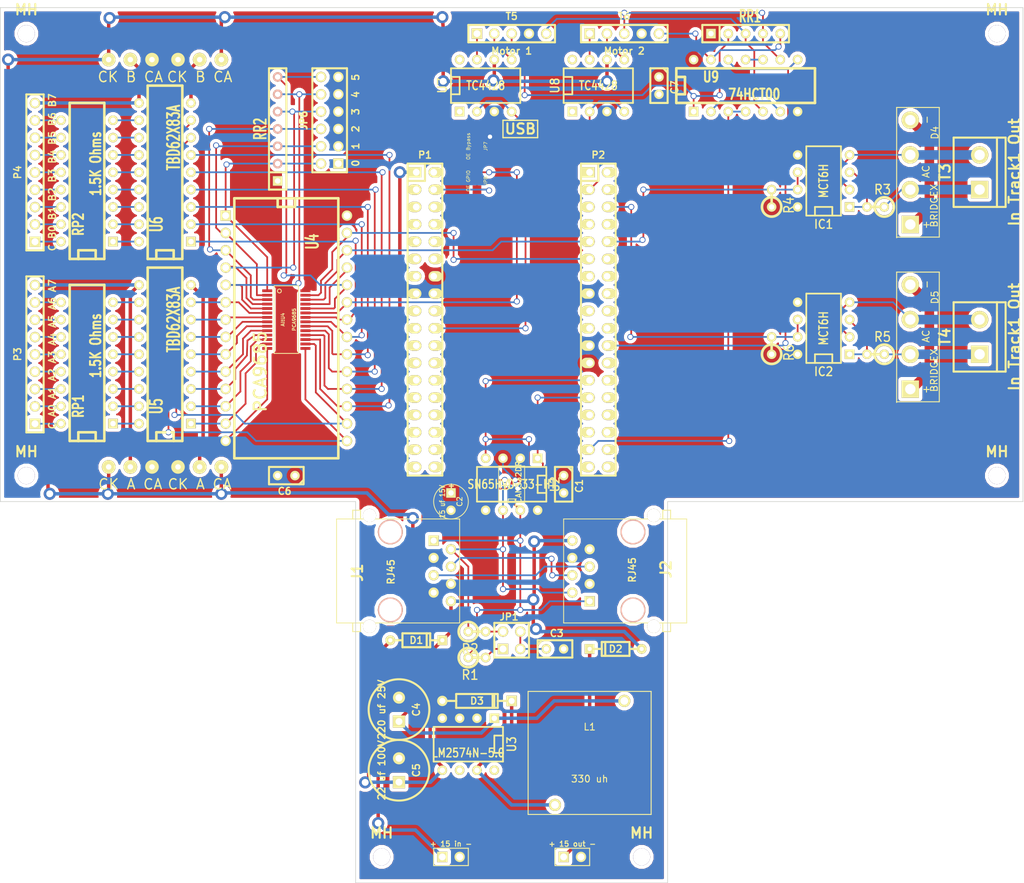
<source format=kicad_pcb>
(kicad_pcb (version 3) (host pcbnew "(22-Jun-2014 BZR 4027)-stable")
  (layers (15 F.Cu signal) (0 B.Cu signal) (18 B.Paste user) (19 F.Paste user) (20 B.SilkS user) (21 F.SilkS user) (22 B.Mask user) (23 F.Mask user) (28 Edge.Cuts user))
  (net 0 "")
  (net 1 +12V)
  (net 2 +5V)
  (net 3 "/CAN Transeiver/CANH")
  (net 4 "/CAN Transeiver/CANL")
  (net 5 "/CAN Transeiver/CAN_RX")
  (net 6 "/CAN Transeiver/CAN_TX")
  (net 7 "/Occupancy Detector 1/OD1")
  (net 8 "/Occupany Detector 2/OD2")
  (net 9 "/PCA9685 Driver/OE")
  (net 10 "/PCA9685 Driver/SCL")
  (net 11 "/PCA9685 Driver/SDA")
  (net 12 "/Turnouts And Points/Motor 1")
  (net 13 "/Turnouts And Points/Motor 2")
  (net 14 "/Turnouts And Points/Motor1A")
  (net 15 "/Turnouts And Points/Motor1B")
  (net 16 "/Turnouts And Points/Motor2A")
  (net 17 "/Turnouts And Points/Motor2B")
  (net 18 "/Turnouts And Points/Points1A")
  (net 19 "/Turnouts And Points/Points1B")
  (net 20 "/Turnouts And Points/Points2A")
  (net 21 "/Turnouts And Points/Points2B")
  (net 22 "/Turnouts And Points/Sense 1")
  (net 23 "/Turnouts And Points/Sense 2")
  (net 24 3V3)
  (net 25 GND)
  (net 26 N-00000100)
  (net 27 N-00000101)
  (net 28 N-00000102)
  (net 29 N-00000103)
  (net 30 N-00000104)
  (net 31 N-00000105)
  (net 32 N-00000106)
  (net 33 N-00000107)
  (net 34 N-00000108)
  (net 35 N-00000109)
  (net 36 N-00000110)
  (net 37 N-00000111)
  (net 38 N-00000112)
  (net 39 N-00000113)
  (net 40 N-00000114)
  (net 41 N-00000115)
  (net 42 N-00000116)
  (net 43 N-00000117)
  (net 44 N-00000118)
  (net 45 N-00000119)
  (net 46 N-00000120)
  (net 47 N-00000121)
  (net 48 N-00000122)
  (net 49 N-00000123)
  (net 50 N-00000124)
  (net 51 N-00000125)
  (net 52 N-00000126)
  (net 53 N-00000127)
  (net 54 N-00000128)
  (net 55 N-00000129)
  (net 56 N-00000134)
  (net 57 N-00000138)
  (net 58 N-00000147)
  (net 59 N-00000148)
  (net 60 N-00000149)
  (net 61 N-00000150)
  (net 62 N-00000151)
  (net 63 N-00000152)
  (net 64 N-00000155)
  (net 65 N-00000160)
  (net 66 N-00000165)
  (net 67 N-00000167)
  (net 68 N-00000170)
  (net 69 N-00000171)
  (net 70 N-00000172)
  (net 71 N-00000173)
  (net 72 N-00000174)
  (net 73 N-00000175)
  (net 74 N-00000176)
  (net 75 N-00000177)
  (net 76 N-00000179)
  (net 77 N-00000180)
  (net 78 N-0000069)
  (net 79 N-0000070)
  (net 80 N-0000072)
  (net 81 N-0000073)
  (net 82 N-0000078)
  (net 83 N-0000079)
  (net 84 N-0000080)
  (net 85 N-0000081)
  (net 86 N-0000082)
  (net 87 N-0000083)
  (net 88 N-0000084)
  (net 89 N-0000085)
  (net 90 N-0000086)
  (net 91 N-0000087)
  (net 92 N-0000088)
  (net 93 N-0000089)
  (net 94 N-0000090)
  (net 95 N-0000091)
  (net 96 N-0000092)
  (net 97 N-0000093)
  (net 98 N-0000094)
  (net 99 N-0000095)
  (net 100 N-0000096)
  (net 101 N-0000097)
  (net 102 N-0000098)
  (net 103 N-0000099)
  (module pin_socket_18x2 (layer F.Cu) (at 128.27 102.87 270)
    (fp_text reference P1 (at -24.13 0 360) (layer F.SilkS) (effects (font (size 1.016 1.016) (thickness 0.2032))))
    (fp_text value POCKETBEAGLE-P1 hide)
    (pad 1 thru_hole rect (at -21.59 1.27 270) (size 1.524 1.99898) (drill 1.00076 (offset 0 0.24892)) (layers *.Cu *.Mask F.SilkS) (net 2 +5V))
    (pad 2 thru_hole oval (at -21.59 -1.27 270) (size 1.524 1.99898) (drill 1.00076 (offset 0 -0.24892)) (layers *.Cu *.Mask F.SilkS))
    (pad 3 thru_hole oval (at -19.05 1.27 270) (size 1.524 1.99898) (drill 1.00076 (offset 0 0.24892)) (layers *.Cu *.Mask F.SilkS))
    (pad 4 thru_hole oval (at -19.05 -1.27 270) (size 1.524 1.99898) (drill 1.00076 (offset 0 -0.24892)) (layers *.Cu *.Mask F.SilkS) (net 9 "/PCA9685 Driver/OE"))
    (pad 5 thru_hole oval (at -16.51 1.27 270) (size 1.524 1.99898) (drill 1.00076 (offset 0 0.24892)) (layers *.Cu *.Mask F.SilkS))
    (pad 6 thru_hole oval (at -16.51 -1.27 270) (size 1.524 1.99898) (drill 1.00076 (offset 0 -0.24892)) (layers *.Cu *.Mask F.SilkS))
    (pad 7 thru_hole oval (at -13.97 1.27 270) (size 1.524 1.99898) (drill 1.00076 (offset 0 0.24892)) (layers *.Cu *.Mask F.SilkS))
    (pad 8 thru_hole oval (at -13.97 -1.27 270) (size 1.524 1.99898) (drill 1.00076 (offset 0 -0.24892)) (layers *.Cu *.Mask F.SilkS))
    (pad 9 thru_hole oval (at -11.43 1.27 270) (size 1.524 1.99898) (drill 1.00076 (offset 0 0.24892)) (layers *.Cu *.Mask F.SilkS))
    (pad 10 thru_hole oval (at -11.43 -1.27 270) (size 1.524 1.99898) (drill 1.00076 (offset 0 -0.24892)) (layers *.Cu *.Mask F.SilkS))
    (pad 11 thru_hole oval (at -8.89 1.27 270) (size 1.524 1.99898) (drill 1.00076 (offset 0 0.24892)) (layers *.Cu *.Mask F.SilkS))
    (pad 12 thru_hole oval (at -8.89 -1.27 270) (size 1.524 1.99898) (drill 1.00076 (offset 0 -0.24892)) (layers *.Cu *.Mask F.SilkS))
    (pad 13 thru_hole oval (at -6.35 1.27 270) (size 1.524 1.99898) (drill 1.00076 (offset 0 0.24892)) (layers *.Cu *.Mask F.SilkS))
    (pad 14 thru_hole oval (at -6.35 -1.27 270) (size 1.524 1.99898) (drill 1.00076 (offset 0 -0.24892)) (layers *.Cu *.Mask F.SilkS) (net 24 3V3))
    (pad 15 thru_hole oval (at -3.81 1.27 270) (size 1.524 1.99898) (drill 1.00076 (offset 0 0.24892)) (layers *.Cu *.Mask F.SilkS) (net 25 GND))
    (pad 16 thru_hole oval (at -3.81 -1.27 270) (size 1.524 1.99898) (drill 1.00076 (offset 0 -0.24892)) (layers *.Cu *.Mask F.SilkS) (net 25 GND))
    (pad 17 thru_hole oval (at -1.27 1.27 270) (size 1.524 1.99898) (drill 1.00076 (offset 0 0.24892)) (layers *.Cu *.Mask F.SilkS))
    (pad 18 thru_hole oval (at -1.27 -1.27 270) (size 1.524 1.99898) (drill 1.00076 (offset 0 -0.24892)) (layers *.Cu *.Mask F.SilkS))
    (pad 19 thru_hole oval (at 1.27 1.27 270) (size 1.524 1.99898) (drill 1.00076 (offset 0 0.24892)) (layers *.Cu *.Mask F.SilkS))
    (pad 20 thru_hole oval (at 1.27 -1.27 270) (size 1.524 1.99898) (drill 1.00076 (offset 0 -0.24892)) (layers *.Cu *.Mask F.SilkS) (net 12 "/Turnouts And Points/Motor 1"))
    (pad 21 thru_hole oval (at 3.81 1.27 270) (size 1.524 1.99898) (drill 1.00076 (offset 0 0.24892)) (layers *.Cu *.Mask F.SilkS))
    (pad 22 thru_hole oval (at 3.81 -1.27 270) (size 1.524 1.99898) (drill 1.00076 (offset 0 -0.24892)) (layers *.Cu *.Mask F.SilkS))
    (pad 23 thru_hole oval (at 6.35 1.27 270) (size 1.524 1.99898) (drill 1.00076 (offset 0 0.24892)) (layers *.Cu *.Mask F.SilkS))
    (pad 24 thru_hole oval (at 6.35 -1.27 270) (size 1.524 1.99898) (drill 1.00076 (offset 0 -0.24892)) (layers *.Cu *.Mask F.SilkS))
    (pad 25 thru_hole oval (at 8.89 1.27 270) (size 1.524 1.99898) (drill 1.00076 (offset 0 0.24892)) (layers *.Cu *.Mask F.SilkS))
    (pad 26 thru_hole oval (at 8.89 -1.27 270) (size 1.524 1.99898) (drill 1.00076 (offset 0 -0.24892)) (layers *.Cu *.Mask F.SilkS))
    (pad 27 thru_hole oval (at 11.43 1.27 270) (size 1.524 1.99898) (drill 1.00076 (offset 0 0.24892)) (layers *.Cu *.Mask F.SilkS))
    (pad 28 thru_hole oval (at 11.43 -1.27 270) (size 1.524 1.99898) (drill 1.00076 (offset 0 -0.24892)) (layers *.Cu *.Mask F.SilkS))
    (pad 29 thru_hole oval (at 13.97 1.27 270) (size 1.524 1.99898) (drill 1.00076 (offset 0 0.24892)) (layers *.Cu *.Mask F.SilkS))
    (pad 30 thru_hole oval (at 13.97 -1.27 270) (size 1.524 1.99898) (drill 1.00076 (offset 0 -0.24892)) (layers *.Cu *.Mask F.SilkS))
    (pad 31 thru_hole oval (at 16.51 1.27 270) (size 1.524 1.99898) (drill 1.00076 (offset 0 0.24892)) (layers *.Cu *.Mask F.SilkS))
    (pad 32 thru_hole oval (at 16.51 -1.27 270) (size 1.524 1.99898) (drill 1.00076 (offset 0 -0.24892)) (layers *.Cu *.Mask F.SilkS))
    (pad 33 thru_hole oval (at 19.05 1.27 270) (size 1.524 1.99898) (drill 1.00076 (offset 0 0.24892)) (layers *.Cu *.Mask F.SilkS))
    (pad 34 thru_hole oval (at 19.05 -1.27 270) (size 1.524 1.99898) (drill 1.00076 (offset 0 -0.24892)) (layers *.Cu *.Mask F.SilkS))
    (pad 35 thru_hole oval (at 21.59 1.27 270) (size 1.524 1.99898) (drill 1.00076 (offset 0 0.24892)) (layers *.Cu *.Mask F.SilkS))
    (pad 36 thru_hole oval (at 21.59 -1.27 270) (size 1.524 1.99898) (drill 1.00076 (offset 0 -0.24892)) (layers *.Cu *.Mask F.SilkS))
  )
  (module pin_socket_18x2 (layer F.Cu) (at 153.67 102.87 270)
    (fp_text reference P2 (at -24.13 0 360) (layer F.SilkS) (effects (font (size 1.016 1.016) (thickness 0.2032))))
    (fp_text value POCKETBEAGLE-P2 hide)
    (pad 1 thru_hole rect (at -21.59 1.27 270) (size 1.524 1.99898) (drill 1.00076 (offset 0 0.24892)) (layers *.Cu *.Mask F.SilkS))
    (pad 2 thru_hole oval (at -21.59 -1.27 270) (size 1.524 1.99898) (drill 1.00076 (offset 0 -0.24892)) (layers *.Cu *.Mask F.SilkS))
    (pad 3 thru_hole oval (at -19.05 1.27 270) (size 1.524 1.99898) (drill 1.00076 (offset 0 0.24892)) (layers *.Cu *.Mask F.SilkS) (net 13 "/Turnouts And Points/Motor 2"))
    (pad 4 thru_hole oval (at -19.05 -1.27 270) (size 1.524 1.99898) (drill 1.00076 (offset 0 -0.24892)) (layers *.Cu *.Mask F.SilkS))
    (pad 5 thru_hole oval (at -16.51 1.27 270) (size 1.524 1.99898) (drill 1.00076 (offset 0 0.24892)) (layers *.Cu *.Mask F.SilkS))
    (pad 6 thru_hole oval (at -16.51 -1.27 270) (size 1.524 1.99898) (drill 1.00076 (offset 0 -0.24892)) (layers *.Cu *.Mask F.SilkS) (net 8 "/Occupany Detector 2/OD2"))
    (pad 7 thru_hole oval (at -13.97 1.27 270) (size 1.524 1.99898) (drill 1.00076 (offset 0 0.24892)) (layers *.Cu *.Mask F.SilkS))
    (pad 8 thru_hole oval (at -13.97 -1.27 270) (size 1.524 1.99898) (drill 1.00076 (offset 0 -0.24892)) (layers *.Cu *.Mask F.SilkS))
    (pad 9 thru_hole oval (at -11.43 1.27 270) (size 1.524 1.99898) (drill 1.00076 (offset 0 0.24892)) (layers *.Cu *.Mask F.SilkS) (net 10 "/PCA9685 Driver/SCL"))
    (pad 10 thru_hole oval (at -11.43 -1.27 270) (size 1.524 1.99898) (drill 1.00076 (offset 0 -0.24892)) (layers *.Cu *.Mask F.SilkS) (net 7 "/Occupancy Detector 1/OD1"))
    (pad 11 thru_hole oval (at -8.89 1.27 270) (size 1.524 1.99898) (drill 1.00076 (offset 0 0.24892)) (layers *.Cu *.Mask F.SilkS) (net 11 "/PCA9685 Driver/SDA"))
    (pad 12 thru_hole oval (at -8.89 -1.27 270) (size 1.524 1.99898) (drill 1.00076 (offset 0 -0.24892)) (layers *.Cu *.Mask F.SilkS))
    (pad 13 thru_hole oval (at -6.35 1.27 270) (size 1.524 1.99898) (drill 1.00076 (offset 0 0.24892)) (layers *.Cu *.Mask F.SilkS))
    (pad 14 thru_hole oval (at -6.35 -1.27 270) (size 1.524 1.99898) (drill 1.00076 (offset 0 -0.24892)) (layers *.Cu *.Mask F.SilkS))
    (pad 15 thru_hole oval (at -3.81 1.27 270) (size 1.524 1.99898) (drill 1.00076 (offset 0 0.24892)) (layers *.Cu *.Mask F.SilkS) (net 25 GND))
    (pad 16 thru_hole oval (at -3.81 -1.27 270) (size 1.524 1.99898) (drill 1.00076 (offset 0 -0.24892)) (layers *.Cu *.Mask F.SilkS))
    (pad 17 thru_hole oval (at -1.27 1.27 270) (size 1.524 1.99898) (drill 1.00076 (offset 0 0.24892)) (layers *.Cu *.Mask F.SilkS))
    (pad 18 thru_hole oval (at -1.27 -1.27 270) (size 1.524 1.99898) (drill 1.00076 (offset 0 -0.24892)) (layers *.Cu *.Mask F.SilkS))
    (pad 19 thru_hole oval (at 1.27 1.27 270) (size 1.524 1.99898) (drill 1.00076 (offset 0 0.24892)) (layers *.Cu *.Mask F.SilkS))
    (pad 20 thru_hole oval (at 1.27 -1.27 270) (size 1.524 1.99898) (drill 1.00076 (offset 0 -0.24892)) (layers *.Cu *.Mask F.SilkS))
    (pad 21 thru_hole oval (at 3.81 1.27 270) (size 1.524 1.99898) (drill 1.00076 (offset 0 0.24892)) (layers *.Cu *.Mask F.SilkS) (net 25 GND))
    (pad 22 thru_hole oval (at 3.81 -1.27 270) (size 1.524 1.99898) (drill 1.00076 (offset 0 -0.24892)) (layers *.Cu *.Mask F.SilkS) (net 23 "/Turnouts And Points/Sense 2"))
    (pad 23 thru_hole oval (at 6.35 1.27 270) (size 1.524 1.99898) (drill 1.00076 (offset 0 0.24892)) (layers *.Cu *.Mask F.SilkS) (net 24 3V3))
    (pad 24 thru_hole oval (at 6.35 -1.27 270) (size 1.524 1.99898) (drill 1.00076 (offset 0 -0.24892)) (layers *.Cu *.Mask F.SilkS))
    (pad 25 thru_hole oval (at 8.89 1.27 270) (size 1.524 1.99898) (drill 1.00076 (offset 0 0.24892)) (layers *.Cu *.Mask F.SilkS) (net 5 "/CAN Transeiver/CAN_RX"))
    (pad 26 thru_hole oval (at 8.89 -1.27 270) (size 1.524 1.99898) (drill 1.00076 (offset 0 -0.24892)) (layers *.Cu *.Mask F.SilkS))
    (pad 27 thru_hole oval (at 11.43 1.27 270) (size 1.524 1.99898) (drill 1.00076 (offset 0 0.24892)) (layers *.Cu *.Mask F.SilkS) (net 6 "/CAN Transeiver/CAN_TX"))
    (pad 28 thru_hole oval (at 11.43 -1.27 270) (size 1.524 1.99898) (drill 1.00076 (offset 0 -0.24892)) (layers *.Cu *.Mask F.SilkS))
    (pad 29 thru_hole oval (at 13.97 1.27 270) (size 1.524 1.99898) (drill 1.00076 (offset 0 0.24892)) (layers *.Cu *.Mask F.SilkS))
    (pad 30 thru_hole oval (at 13.97 -1.27 270) (size 1.524 1.99898) (drill 1.00076 (offset 0 -0.24892)) (layers *.Cu *.Mask F.SilkS))
    (pad 31 thru_hole oval (at 16.51 1.27 270) (size 1.524 1.99898) (drill 1.00076 (offset 0 0.24892)) (layers *.Cu *.Mask F.SilkS))
    (pad 32 thru_hole oval (at 16.51 -1.27 270) (size 1.524 1.99898) (drill 1.00076 (offset 0 -0.24892)) (layers *.Cu *.Mask F.SilkS))
    (pad 33 thru_hole oval (at 19.05 1.27 270) (size 1.524 1.99898) (drill 1.00076 (offset 0 0.24892)) (layers *.Cu *.Mask F.SilkS) (net 22 "/Turnouts And Points/Sense 1"))
    (pad 34 thru_hole oval (at 19.05 -1.27 270) (size 1.524 1.99898) (drill 1.00076 (offset 0 -0.24892)) (layers *.Cu *.Mask F.SilkS))
    (pad 35 thru_hole oval (at 21.59 1.27 270) (size 1.524 1.99898) (drill 1.00076 (offset 0 0.24892)) (layers *.Cu *.Mask F.SilkS))
    (pad 36 thru_hole oval (at 21.59 -1.27 270) (size 1.524 1.99898) (drill 1.00076 (offset 0 -0.24892)) (layers *.Cu *.Mask F.SilkS))
  )
  (module tssop-28 (layer F.Cu) (at 107.95 102.87 270)
    (fp_text reference AltU4 (at 0 0.508 270) (layer F.SilkS) (effects (font (size 0.50038 0.50038) (thickness 0.09906))))
    (fp_text value PCA9685 (at 0 -1.143 270) (layer F.SilkS) (effects (font (size 0.50038 0.50038) (thickness 0.09906))))
    (pad 7 smd rect (at -0.32512 2.79908 270) (size 0.4191 1.47066) (layers F.Cu F.Paste F.Mask) (net 48 N-00000122))
    (pad 8 smd rect (at 0.32512 2.79908 270) (size 0.4191 1.47066) (layers F.Cu F.Paste F.Mask) (net 65 N-00000160))
    (pad 9 smd rect (at 0.97536 2.79908 270) (size 0.4191 1.47066) (layers F.Cu F.Paste F.Mask) (net 58 N-00000147))
    (pad 10 smd rect (at 1.6256 2.79908 270) (size 0.4191 1.47066) (layers F.Cu F.Paste F.Mask) (net 64 N-00000155))
    (pad 25 smd rect (at -2.26568 -2.794 270) (size 0.4191 1.47066) (layers F.Cu F.Paste F.Mask) (net 45 N-00000119))
    (pad 4 smd rect (at -2.27584 2.79908 270) (size 0.4191 1.47066) (layers F.Cu F.Paste F.Mask) (net 51 N-00000125))
    (pad 5 smd rect (at -1.6256 2.79908 270) (size 0.4191 1.47066) (layers F.Cu F.Paste F.Mask) (net 50 N-00000124))
    (pad 6 smd rect (at -0.97536 2.79908 270) (size 0.4191 1.47066) (layers F.Cu F.Paste F.Mask) (net 59 N-00000148))
    (pad 18 smd rect (at 2.27584 -2.79908 270) (size 0.4191 1.47066) (layers F.Cu F.Paste F.Mask) (net 66 N-00000165))
    (pad 19 smd rect (at 1.6256 -2.79908 270) (size 0.4191 1.47066) (layers F.Cu F.Paste F.Mask) (net 56 N-00000134))
    (pad 20 smd rect (at 0.97536 -2.79908 270) (size 0.4191 1.47066) (layers F.Cu F.Paste F.Mask) (net 60 N-00000149))
    (pad 21 smd rect (at 0.32512 -2.79908 270) (size 0.4191 1.47066) (layers F.Cu F.Paste F.Mask) (net 57 N-00000138))
    (pad 22 smd rect (at -0.32512 -2.79908 270) (size 0.4191 1.47066) (layers F.Cu F.Paste F.Mask) (net 62 N-00000151))
    (pad 23 smd rect (at -0.97536 -2.79908 270) (size 0.4191 1.47066) (layers F.Cu F.Paste F.Mask) (net 44 N-00000118))
    (pad 11 smd rect (at 2.27584 2.79908 270) (size 0.4191 1.47066) (layers F.Cu F.Paste F.Mask) (net 61 N-00000150))
    (pad 24 smd rect (at -1.6256 -2.794 270) (size 0.4191 1.47066) (layers F.Cu F.Paste F.Mask) (net 49 N-00000123))
    (pad 3 smd rect (at -2.92608 2.79908 270) (size 0.4191 1.47066) (layers F.Cu F.Paste F.Mask) (net 52 N-00000126))
    (pad 12 smd rect (at 2.92608 2.79908 270) (size 0.4191 1.47066) (layers F.Cu F.Paste F.Mask) (net 67 N-00000167))
    (pad 17 smd rect (at 2.92608 -2.79908 270) (size 0.4191 1.47066) (layers F.Cu F.Paste F.Mask) (net 55 N-00000129))
    (pad 26 smd rect (at -2.92608 -2.79908 270) (size 0.4191 1.47066) (layers F.Cu F.Paste F.Mask) (net 10 "/PCA9685 Driver/SCL"))
    (pad 2 smd rect (at -3.57378 2.79908 270) (size 0.4191 1.47066) (layers F.Cu F.Paste F.Mask) (net 47 N-00000121))
    (pad 13 smd rect (at 3.57378 2.79908 270) (size 0.4191 1.47066) (layers F.Cu F.Paste F.Mask) (net 63 N-00000152))
    (pad 16 smd rect (at 3.57378 -2.79908 270) (size 0.4191 1.47066) (layers F.Cu F.Paste F.Mask) (net 54 N-00000128))
    (pad 27 smd rect (at -3.57378 -2.79908 270) (size 0.4191 1.47066) (layers F.Cu F.Paste F.Mask) (net 11 "/PCA9685 Driver/SDA"))
    (pad 1 smd rect (at -4.22402 2.79908 270) (size 0.4191 1.47066) (layers F.Cu F.Paste F.Mask) (net 46 N-00000120))
    (pad 14 smd rect (at 4.22402 2.79908 270) (size 0.4191 1.47066) (layers F.Cu F.Paste F.Mask) (net 25 GND))
    (pad 15 smd rect (at 4.22402 -2.79908 270) (size 0.4191 1.47066) (layers F.Cu F.Paste F.Mask) (net 53 N-00000127))
    (pad 28 smd rect (at -4.22402 -2.79908 270) (size 0.4191 1.47066) (layers F.Cu F.Paste F.Mask) (net 24 3V3))
  )
  (module SOIC-8_N (layer F.Cu) (at 140.97 127 90)
    (fp_text reference U1 (at 0 -0.889 90) (layer F.SilkS))
    (fp_text value TCAN332DR (at 0 1.016 90) (layer F.SilkS) (effects (font (size 0.8 0.8))))
    (pad 8 smd rect (at -1.875 -2.7 90) (size 0.6 1.6) (layers F.Cu F.Paste F.Mask))
    (pad 1 smd rect (at -1.875 2.7 90) (size 0.6 1.6) (layers F.Cu F.Paste F.Mask) (net 6 "/CAN Transeiver/CAN_TX"))
    (pad 7 smd rect (at -0.625 -2.7 90) (size 0.6 1.6) (layers F.Cu F.Paste F.Mask) (net 3 "/CAN Transeiver/CANH"))
    (pad 6 smd rect (at 0.625 -2.7 90) (size 0.6 1.6) (layers F.Cu F.Paste F.Mask) (net 4 "/CAN Transeiver/CANL"))
    (pad 5 smd rect (at 1.875 -2.7 90) (size 0.6 1.6) (layers F.Cu F.Paste F.Mask))
    (pad 2 smd rect (at -0.625 2.7 90) (size 0.6 1.6) (layers F.Cu F.Paste F.Mask) (net 25 GND))
    (pad 3 smd rect (at 0.625 2.7 90) (size 0.6 1.6) (layers F.Cu F.Paste F.Mask) (net 24 3V3))
    (pad 4 smd rect (at 1.875 2.7 90) (size 0.6 1.6) (layers F.Cu F.Paste F.Mask) (net 5 "/CAN Transeiver/CAN_RX"))
  )
  (module SIL-5 (layer F.Cu) (at 176.53 60.96)
    (fp_text reference RR1 (at -0.635 -2.54) (layer F.SilkS) (effects (font (size 1.72974 1.08712) (thickness 0.3048))))
    (fp_text value "10K Ohms" hide)
    (pad 1 thru_hole rect (at -6.35 0) (size 1.397 1.397) (drill 0.8128) (layers *.Cu *.Mask F.SilkS) (net 24 3V3))
    (pad 2 thru_hole circle (at -3.81 0) (size 1.397 1.397) (drill 0.8128) (layers *.Cu *.Mask F.SilkS) (net 18 "/Turnouts And Points/Points1A"))
    (pad 3 thru_hole circle (at -1.27 0) (size 1.397 1.397) (drill 0.8128) (layers *.Cu *.Mask F.SilkS) (net 19 "/Turnouts And Points/Points1B"))
    (pad 4 thru_hole circle (at 1.27 0) (size 1.397 1.397) (drill 0.8128) (layers *.Cu *.Mask F.SilkS) (net 20 "/Turnouts And Points/Points2A"))
    (pad 5 thru_hole circle (at 3.81 0) (size 1.397 1.397) (drill 0.8128) (layers *.Cu *.Mask F.SilkS) (net 21 "/Turnouts And Points/Points2B"))
  )
  (module ScrewTerm_2.54-9 (layer F.Cu) (at 71.12 81.28 90)
    (fp_text reference P4 (at 0 -2.54 90) (layer F.SilkS) (effects (font (size 1.016 1.016) (thickness 0.2032))))
    (fp_text value "C B0 B1 B2 B3 B4 B5 B6 B7" (at 0 2.54 90) (layer F.SilkS) (effects (font (size 1.016 1.016) (thickness 0.2032))))
    (pad 1 thru_hole rect (at -10.18 0 90) (size 1.524 1.524) (drill 1.016) (layers *.Cu *.Mask F.SilkS) (net 28 N-00000102))
    (pad 2 thru_hole circle (at -7.64 0 90) (size 1.524 1.524) (drill 1.016) (layers *.Cu *.Mask F.SilkS) (net 37 N-00000111))
    (pad 3 thru_hole circle (at -5.1 0 90) (size 1.524 1.524) (drill 1.016) (layers *.Cu *.Mask F.SilkS) (net 38 N-00000112))
    (pad 4 thru_hole circle (at -2.56 0 90) (size 1.524 1.524) (drill 1.016) (layers *.Cu *.Mask F.SilkS) (net 39 N-00000113))
    (pad 5 thru_hole circle (at -0.02 0 90) (size 1.524 1.524) (drill 1.016) (layers *.Cu *.Mask F.SilkS) (net 40 N-00000114))
    (pad 6 thru_hole circle (at 2.52 0 90) (size 1.524 1.524) (drill 1.016) (layers *.Cu *.Mask F.SilkS) (net 41 N-00000115))
    (pad 7 thru_hole circle (at 5.06 0 90) (size 1.524 1.524) (drill 1.016) (layers *.Cu *.Mask F.SilkS) (net 42 N-00000116))
    (pad 8 thru_hole circle (at 7.6 0 90) (size 1.524 1.524) (drill 1.016) (layers *.Cu *.Mask F.SilkS) (net 43 N-00000117))
    (pad 9 thru_hole circle (at 10.14 0 90) (size 1.524 1.524) (drill 1.016) (layers *.Cu *.Mask F.SilkS) (net 101 N-0000097))
  )
  (module ScrewTerm_2.54-9 (layer F.Cu) (at 71.12 107.95 90)
    (fp_text reference P3 (at 0 -2.54 90) (layer F.SilkS) (effects (font (size 1.016 1.016) (thickness 0.2032))))
    (fp_text value "C A0 A1 A2 A3 A4 A5 A6 A7" (at 0 2.54 90) (layer F.SilkS) (effects (font (size 1.016 1.016) (thickness 0.2032))))
    (pad 1 thru_hole rect (at -10.18 0 90) (size 1.524 1.524) (drill 1.016) (layers *.Cu *.Mask F.SilkS) (net 29 N-00000103))
    (pad 2 thru_hole circle (at -7.64 0 90) (size 1.524 1.524) (drill 1.016) (layers *.Cu *.Mask F.SilkS) (net 30 N-00000104))
    (pad 3 thru_hole circle (at -5.1 0 90) (size 1.524 1.524) (drill 1.016) (layers *.Cu *.Mask F.SilkS) (net 31 N-00000105))
    (pad 4 thru_hole circle (at -2.56 0 90) (size 1.524 1.524) (drill 1.016) (layers *.Cu *.Mask F.SilkS) (net 32 N-00000106))
    (pad 5 thru_hole circle (at -0.02 0 90) (size 1.524 1.524) (drill 1.016) (layers *.Cu *.Mask F.SilkS) (net 33 N-00000107))
    (pad 6 thru_hole circle (at 2.52 0 90) (size 1.524 1.524) (drill 1.016) (layers *.Cu *.Mask F.SilkS) (net 34 N-00000108))
    (pad 7 thru_hole circle (at 5.06 0 90) (size 1.524 1.524) (drill 1.016) (layers *.Cu *.Mask F.SilkS) (net 35 N-00000109))
    (pad 8 thru_hole circle (at 7.6 0 90) (size 1.524 1.524) (drill 1.016) (layers *.Cu *.Mask F.SilkS) (net 36 N-00000110))
    (pad 9 thru_hole circle (at 10.14 0 90) (size 1.524 1.524) (drill 1.016) (layers *.Cu *.Mask F.SilkS) (net 100 N-0000096))
  )
  (module ScrewTerm_2.54-5 (layer F.Cu) (at 140.97 60.96)
    (fp_text reference T5 (at 0 -2.54) (layer F.SilkS) (effects (font (size 1.016 1.016) (thickness 0.2032))))
    (fp_text value "Motor 1" (at 0 2.54) (layer F.SilkS) (effects (font (size 1.016 1.016) (thickness 0.2032))))
    (pad 1 thru_hole rect (at -5.08 0) (size 1.524 1.524) (drill 1.016) (layers *.Cu *.Mask F.SilkS) (net 14 "/Turnouts And Points/Motor1A"))
    (pad 2 thru_hole circle (at -2.54 0) (size 1.524 1.524) (drill 1.016) (layers *.Cu *.Mask F.SilkS) (net 15 "/Turnouts And Points/Motor1B"))
    (pad 3 thru_hole circle (at 0 0) (size 1.524 1.524) (drill 1.016) (layers *.Cu *.Mask F.SilkS) (net 18 "/Turnouts And Points/Points1A"))
    (pad 4 thru_hole circle (at 2.54 0) (size 1.524 1.524) (drill 1.016) (layers *.Cu *.Mask F.SilkS) (net 25 GND))
    (pad 5 thru_hole circle (at 5.08 0) (size 1.524 1.524) (drill 1.016) (layers *.Cu *.Mask F.SilkS) (net 19 "/Turnouts And Points/Points1B"))
  )
  (module ScrewTerm_2.54-5 (layer F.Cu) (at 157.48 60.96)
    (fp_text reference T6 (at 0 -2.54) (layer F.SilkS) (effects (font (size 1.016 1.016) (thickness 0.2032))))
    (fp_text value "Motor 2" (at 0 2.54) (layer F.SilkS) (effects (font (size 1.016 1.016) (thickness 0.2032))))
    (pad 1 thru_hole rect (at -5.08 0) (size 1.524 1.524) (drill 1.016) (layers *.Cu *.Mask F.SilkS) (net 16 "/Turnouts And Points/Motor2A"))
    (pad 2 thru_hole circle (at -2.54 0) (size 1.524 1.524) (drill 1.016) (layers *.Cu *.Mask F.SilkS) (net 17 "/Turnouts And Points/Motor2B"))
    (pad 3 thru_hole circle (at 0 0) (size 1.524 1.524) (drill 1.016) (layers *.Cu *.Mask F.SilkS) (net 20 "/Turnouts And Points/Points2A"))
    (pad 4 thru_hole circle (at 2.54 0) (size 1.524 1.524) (drill 1.016) (layers *.Cu *.Mask F.SilkS) (net 25 GND))
    (pad 5 thru_hole circle (at 5.08 0) (size 1.524 1.524) (drill 1.016) (layers *.Cu *.Mask F.SilkS) (net 21 "/Turnouts And Points/Points2B"))
  )
  (module ScrewTerm2.54-2 (layer F.Cu) (at 149.86 181.61)
    (fp_text reference T2 hide)
    (fp_text value "+ 15 out -" (at 0 -1.905) (layer F.SilkS) (effects (font (size 0.762 0.762) (thickness 0.1524))))
    (pad 1 thru_hole rect (at -1.27 0 90) (size 1.524 1.524) (drill 1.016) (layers *.Cu *.Mask F.SilkS) (net 81 N-0000073))
    (pad 2 thru_hole circle (at 1.27 0 90) (size 1.524 1.524) (drill 1.016) (layers *.Cu *.Mask F.SilkS) (net 25 GND))
  )
  (module ScrewTerm2.54-2 (layer F.Cu) (at 132.08 181.61)
    (fp_text reference T1 hide)
    (fp_text value "+ 15 in -" (at 0 -1.905) (layer F.SilkS) (effects (font (size 0.762 0.762) (thickness 0.1524))))
    (pad 1 thru_hole rect (at -1.27 0 90) (size 1.524 1.524) (drill 1.016) (layers *.Cu *.Mask F.SilkS) (net 80 N-0000072))
    (pad 2 thru_hole circle (at 1.27 0 90) (size 1.524 1.524) (drill 1.016) (layers *.Cu *.Mask F.SilkS) (net 25 GND))
  )
  (module RJ45_8N-S (layer F.Cu) (at 158.75 139.7 90)
    (fp_text reference J2 (at 0.254 4.826 90) (layer F.SilkS) (effects (font (size 1.524 1.524) (thickness 0.3048))))
    (fp_text value RJ45 (at 0.14224 -0.1016 90) (layer F.SilkS) (effects (font (size 1.00076 1.00076) (thickness 0.2032))))
    (pad "" np_thru_hole circle (at 5.715 0 90) (size 3.64998 3.64998) (drill 3.2512) (layers *.Cu *.SilkS *.Mask))
    (pad "" np_thru_hole circle (at -5.715 0 90) (size 3.64998 3.64998) (drill 3.2512) (layers *.Cu *.SilkS *.Mask))
    (pad 1 thru_hole rect (at -4.445 -6.35 90) (size 1.50114 1.50114) (drill 0.89916) (layers *.Cu *.Mask F.SilkS) (net 3 "/CAN Transeiver/CANH"))
    (pad 2 thru_hole circle (at -3.175 -8.89 90) (size 1.50114 1.50114) (drill 0.89916) (layers *.Cu *.Mask F.SilkS) (net 4 "/CAN Transeiver/CANL"))
    (pad 3 thru_hole circle (at -1.905 -6.35 90) (size 1.50114 1.50114) (drill 0.89916) (layers *.Cu *.Mask F.SilkS) (net 25 GND))
    (pad 4 thru_hole circle (at -0.635 -8.89 90) (size 1.50114 1.50114) (drill 0.89916) (layers *.Cu *.Mask F.SilkS) (net 78 N-0000069))
    (pad 5 thru_hole circle (at 0.635 -6.35 90) (size 1.50114 1.50114) (drill 0.89916) (layers *.Cu *.Mask F.SilkS) (net 79 N-0000070))
    (pad 6 thru_hole circle (at 1.905 -8.89 90) (size 1.50114 1.50114) (drill 0.89916) (layers *.Cu *.Mask F.SilkS) (net 25 GND))
    (pad 7 thru_hole circle (at 3.175 -6.35 90) (size 1.50114 1.50114) (drill 0.89916) (layers *.Cu *.Mask F.SilkS) (net 25 GND))
    (pad 8 thru_hole circle (at 4.445 -8.89 90) (size 1.50114 1.50114) (drill 0.89916) (layers *.Cu *.Mask F.SilkS) (net 1 +12V))
    (pad "" thru_hole circle (at -8.128 3.048 90) (size 1.9304 1.9304) (drill 1.9304) (layers *.Cu *.Mask F.SilkS))
    (pad "" thru_hole circle (at 8.128 3.048 90) (size 1.9304 1.9304) (drill 1.9304) (layers *.Cu *.Mask F.SilkS))
  )
  (module RJ45_8N-S (layer F.Cu) (at 123.19 139.7 270)
    (fp_text reference J1 (at 0.254 4.826 270) (layer F.SilkS) (effects (font (size 1.524 1.524) (thickness 0.3048))))
    (fp_text value RJ45 (at 0.14224 -0.1016 270) (layer F.SilkS) (effects (font (size 1.00076 1.00076) (thickness 0.2032))))
    (pad "" np_thru_hole circle (at 5.715 0 270) (size 3.64998 3.64998) (drill 3.2512) (layers *.Cu *.SilkS *.Mask))
    (pad "" np_thru_hole circle (at -5.715 0 270) (size 3.64998 3.64998) (drill 3.2512) (layers *.Cu *.SilkS *.Mask))
    (pad 1 thru_hole rect (at -4.445 -6.35 270) (size 1.50114 1.50114) (drill 0.89916) (layers *.Cu *.Mask F.SilkS) (net 3 "/CAN Transeiver/CANH"))
    (pad 2 thru_hole circle (at -3.175 -8.89 270) (size 1.50114 1.50114) (drill 0.89916) (layers *.Cu *.Mask F.SilkS) (net 4 "/CAN Transeiver/CANL"))
    (pad 3 thru_hole circle (at -1.905 -6.35 270) (size 1.50114 1.50114) (drill 0.89916) (layers *.Cu *.Mask F.SilkS) (net 25 GND))
    (pad 4 thru_hole circle (at -0.635 -8.89 270) (size 1.50114 1.50114) (drill 0.89916) (layers *.Cu *.Mask F.SilkS) (net 78 N-0000069))
    (pad 5 thru_hole circle (at 0.635 -6.35 270) (size 1.50114 1.50114) (drill 0.89916) (layers *.Cu *.Mask F.SilkS) (net 79 N-0000070))
    (pad 6 thru_hole circle (at 1.905 -8.89 270) (size 1.50114 1.50114) (drill 0.89916) (layers *.Cu *.Mask F.SilkS) (net 25 GND))
    (pad 7 thru_hole circle (at 3.175 -6.35 270) (size 1.50114 1.50114) (drill 0.89916) (layers *.Cu *.Mask F.SilkS) (net 25 GND))
    (pad 8 thru_hole circle (at 4.445 -8.89 270) (size 1.50114 1.50114) (drill 0.89916) (layers *.Cu *.Mask F.SilkS) (net 1 +12V))
    (pad "" thru_hole circle (at -8.128 3.048 270) (size 1.9304 1.9304) (drill 1.9304) (layers *.Cu *.Mask F.SilkS))
    (pad "" thru_hole circle (at 8.128 3.048 270) (size 1.9304 1.9304) (drill 1.9304) (layers *.Cu *.Mask F.SilkS))
  )
  (module R1 (layer F.Cu) (at 179.07 106.68 90)
    (fp_text reference R6 (at -1.016 2.54 90) (layer F.SilkS) (effects (font (size 1.397 1.27) (thickness 0.2032))))
    (fp_text value "10K Ohms" hide)
    (pad 1 thru_hole circle (at -1.27 0 90) (size 1.397 1.397) (drill 0.8128) (layers *.Cu *.Mask F.SilkS) (net 24 3V3))
    (pad 2 thru_hole circle (at 1.27 0 90) (size 1.397 1.397) (drill 0.8128) (layers *.Cu *.Mask F.SilkS) (net 8 "/Occupany Detector 2/OD2"))
  )
  (module R1 (layer F.Cu) (at 194.31 86.36 180)
    (fp_text reference R3 (at -1.016 2.54 180) (layer F.SilkS) (effects (font (size 1.397 1.27) (thickness 0.2032))))
    (fp_text value "10 Ohms" hide)
    (pad 1 thru_hole circle (at -1.27 0 180) (size 1.397 1.397) (drill 0.8128) (layers *.Cu *.Mask F.SilkS) (net 70 N-00000172))
    (pad 2 thru_hole circle (at 1.27 0 180) (size 1.397 1.397) (drill 0.8128) (layers *.Cu *.Mask F.SilkS) (net 68 N-00000170))
  )
  (module R1 (layer F.Cu) (at 179.07 85.09 90)
    (fp_text reference R4 (at -1.016 2.54 90) (layer F.SilkS) (effects (font (size 1.397 1.27) (thickness 0.2032))))
    (fp_text value "10K Ohms" hide)
    (pad 1 thru_hole circle (at -1.27 0 90) (size 1.397 1.397) (drill 0.8128) (layers *.Cu *.Mask F.SilkS) (net 24 3V3))
    (pad 2 thru_hole circle (at 1.27 0 90) (size 1.397 1.397) (drill 0.8128) (layers *.Cu *.Mask F.SilkS) (net 7 "/Occupancy Detector 1/OD1"))
  )
  (module R1 (layer F.Cu) (at 135.89 148.59)
    (fp_text reference R2 (at -1.016 2.54) (layer F.SilkS) (effects (font (size 1.397 1.27) (thickness 0.2032))))
    (fp_text value "60 Ohms" hide)
    (pad 1 thru_hole circle (at -1.27 0) (size 1.397 1.397) (drill 0.8128) (layers *.Cu *.Mask F.SilkS) (net 4 "/CAN Transeiver/CANL"))
    (pad 2 thru_hole circle (at 1.27 0) (size 1.397 1.397) (drill 0.8128) (layers *.Cu *.Mask F.SilkS) (net 83 N-0000079))
  )
  (module R1 (layer F.Cu) (at 135.89 152.4)
    (fp_text reference R1 (at -1.016 2.54) (layer F.SilkS) (effects (font (size 1.397 1.27) (thickness 0.2032))))
    (fp_text value "60 Ohms" hide)
    (pad 1 thru_hole circle (at -1.27 0) (size 1.397 1.397) (drill 0.8128) (layers *.Cu *.Mask F.SilkS) (net 3 "/CAN Transeiver/CANH"))
    (pad 2 thru_hole circle (at 1.27 0) (size 1.397 1.397) (drill 0.8128) (layers *.Cu *.Mask F.SilkS) (net 82 N-0000078))
  )
  (module R1 (layer F.Cu) (at 194.31 107.95 180)
    (fp_text reference R5 (at -1.016 2.54 180) (layer F.SilkS) (effects (font (size 1.397 1.27) (thickness 0.2032))))
    (fp_text value "10 Ohms" hide)
    (pad 1 thru_hole circle (at -1.27 0 180) (size 1.397 1.397) (drill 0.8128) (layers *.Cu *.Mask F.SilkS) (net 74 N-00000176))
    (pad 2 thru_hole circle (at 1.27 0 180) (size 1.397 1.397) (drill 0.8128) (layers *.Cu *.Mask F.SilkS) (net 72 N-00000174))
  )
  (module pin_array_6x2 (layer F.Cu) (at 114.3 73.66 90)
    (fp_text reference JP6 (at 0 -3.81 90) (layer F.SilkS) (effects (font (size 1.016 1.016) (thickness 0.27432))))
    (fp_text value "0  1  2  3  4  5" (at 0 3.81 90) (layer F.SilkS) (effects (font (size 1.016 1.016) (thickness 0.2032))))
    (pad 1 thru_hole rect (at -6.35 1.27 90) (size 1.524 1.524) (drill 1.016) (layers *.Cu *.Mask F.SilkS) (net 25 GND))
    (pad 2 thru_hole circle (at -6.35 -1.27 90) (size 1.524 1.524) (drill 1.016) (layers *.Cu *.Mask F.SilkS) (net 46 N-00000120))
    (pad 3 thru_hole circle (at -3.81 1.27 90) (size 1.524 1.524) (drill 1.016) (layers *.Cu *.Mask F.SilkS) (net 25 GND))
    (pad 4 thru_hole circle (at -3.81 -1.27 90) (size 1.524 1.524) (drill 1.016) (layers *.Cu *.Mask F.SilkS) (net 47 N-00000121))
    (pad 5 thru_hole circle (at -1.27 1.27 90) (size 1.524 1.524) (drill 1.016) (layers *.Cu *.Mask F.SilkS) (net 25 GND))
    (pad 6 thru_hole circle (at -1.27 -1.27 90) (size 1.524 1.524) (drill 1.016) (layers *.Cu *.Mask F.SilkS) (net 52 N-00000126))
    (pad 7 thru_hole circle (at 1.27 1.27 90) (size 1.524 1.524) (drill 1.016) (layers *.Cu *.Mask F.SilkS) (net 25 GND))
    (pad 8 thru_hole circle (at 1.27 -1.27 90) (size 1.524 1.524) (drill 1.016) (layers *.Cu *.Mask F.SilkS) (net 51 N-00000125))
    (pad 9 thru_hole circle (at 3.81 1.27 90) (size 1.524 1.524) (drill 1.016) (layers *.Cu *.Mask F.SilkS) (net 25 GND))
    (pad 10 thru_hole circle (at 3.81 -1.27 90) (size 1.524 1.524) (drill 1.016) (layers *.Cu *.Mask F.SilkS) (net 50 N-00000124))
    (pad 11 thru_hole circle (at 6.35 1.27 90) (size 1.524 1.524) (drill 1.016) (layers *.Cu *.Mask F.SilkS) (net 25 GND))
    (pad 12 thru_hole circle (at 6.35 -1.27 90) (size 1.524 1.524) (drill 1.016) (layers *.Cu *.Mask F.SilkS) (net 49 N-00000123))
  )
  (module PIN_ARRAY_2X2 (layer F.Cu) (at 140.97 149.86)
    (fp_text reference JP1 (at -0.381 -3.429) (layer F.SilkS) (effects (font (size 1.016 1.016) (thickness 0.2032))))
    (fp_text value Termination hide)
    (pad 1 thru_hole rect (at -1.27 1.27) (size 1.524 1.524) (drill 1.016) (layers *.Cu *.Mask F.SilkS) (net 82 N-0000078))
    (pad 2 thru_hole circle (at -1.27 -1.27) (size 1.524 1.524) (drill 1.016) (layers *.Cu *.Mask F.SilkS) (net 83 N-0000079))
    (pad 3 thru_hole circle (at 1.27 1.27) (size 1.524 1.524) (drill 1.016) (layers *.Cu *.Mask F.SilkS) (net 84 N-0000080))
    (pad 4 thru_hole circle (at 1.27 -1.27) (size 1.524 1.524) (drill 1.016) (layers *.Cu *.Mask F.SilkS) (net 84 N-0000080))
  )
  (module PE-LowProfile (layer F.Cu) (at 152.4 166.37)
    (fp_text reference L1 (at 0 -3.81) (layer F.SilkS))
    (fp_text value "330 uh" (at 0 3.81) (layer F.SilkS))
    (pad 1 thru_hole circle (at 5.08 -7.62) (size 1.78 1.78) (drill 1.14) (layers *.Cu *.Mask F.SilkS) (net 2 +5V))
    (pad 2 thru_hole circle (at -5.08 7.62) (size 1.78 1.78) (drill 1.14) (layers *.Cu *.Mask F.SilkS) (net 85 N-0000081))
  )
  (module KBL (layer F.Cu) (at 199.39 81.28 90)
    (fp_text reference D4 (at 5.8 3.6 90) (layer F.SilkS))
    (fp_text value BRIDGEX (at -4.9 3.5 90) (layer F.SilkS))
    (fp_text user AC (at 0.1 2.3 90) (layer F.SilkS))
    (fp_text user - (at 7.7 2.4 90) (layer F.SilkS))
    (fp_text user + (at -7.7 2.3 90) (layer F.SilkS))
    (pad 1 thru_hole rect (at -7.65 0 90) (size 2.54 2.54) (drill 1.524) (layers *.Cu *.Mask F.SilkS) (net 71 N-00000173))
    (pad 2 thru_hole circle (at -2.55 0 90) (size 2.54 2.54) (drill 1.524) (layers *.Cu *.Mask F.SilkS) (net 70 N-00000172))
    (pad 3 thru_hole circle (at 2.55 0 90) (size 2.54 2.54) (drill 1.524) (layers *.Cu *.Mask F.SilkS) (net 69 N-00000171))
    (pad 4 thru_hole circle (at 7.65 0 90) (size 2.54 2.54) (drill 1.524) (layers *.Cu *.Mask F.SilkS) (net 71 N-00000173))
  )
  (module KBL (layer F.Cu) (at 199.39 105.41 90)
    (fp_text reference D5 (at 5.8 3.6 90) (layer F.SilkS))
    (fp_text value BRIDGEX (at -4.9 3.5 90) (layer F.SilkS))
    (fp_text user AC (at 0.1 2.3 90) (layer F.SilkS))
    (fp_text user - (at 7.7 2.4 90) (layer F.SilkS))
    (fp_text user + (at -7.7 2.3 90) (layer F.SilkS))
    (pad 1 thru_hole rect (at -7.65 0 90) (size 2.54 2.54) (drill 1.524) (layers *.Cu *.Mask F.SilkS) (net 75 N-00000177))
    (pad 2 thru_hole circle (at -2.55 0 90) (size 2.54 2.54) (drill 1.524) (layers *.Cu *.Mask F.SilkS) (net 74 N-00000176))
    (pad 3 thru_hole circle (at 2.55 0 90) (size 2.54 2.54) (drill 1.524) (layers *.Cu *.Mask F.SilkS) (net 73 N-00000175))
    (pad 4 thru_hole circle (at 7.65 0 90) (size 2.54 2.54) (drill 1.524) (layers *.Cu *.Mask F.SilkS) (net 75 N-00000177))
  )
  (module DO-41 (layer F.Cu) (at 135.89 158.75)
    (fp_text reference D3 (at 0 0) (layer F.SilkS) (effects (font (size 1.016 1.016) (thickness 0.2032))))
    (fp_text value SB160-E3/54 hide)
    (pad 2 thru_hole rect (at 5.08 0) (size 1.524 1.524) (drill 0.889) (layers *.Cu *.Mask F.SilkS) (net 85 N-0000081))
    (pad 1 thru_hole circle (at -5.08 0) (size 1.524 1.524) (drill 0.889) (layers *.Cu *.Mask F.SilkS) (net 25 GND))
  )
  (module DO-35 (layer F.Cu) (at 127 149.86)
    (fp_text reference D1 (at 0 0) (layer F.SilkS) (effects (font (size 1.016 1.016) (thickness 0.2032))))
    (fp_text value SB240E hide)
    (pad 2 thru_hole rect (at 3.81 0) (size 1.4224 1.4224) (drill 0.6096) (layers *.Cu *.Mask F.SilkS) (net 1 +12V))
    (pad 1 thru_hole circle (at -3.81 0) (size 1.4224 1.4224) (drill 0.6096) (layers *.Cu *.Mask F.SilkS) (net 80 N-0000072))
  )
  (module DO-35 (layer F.Cu) (at 156.21 151.13 180)
    (fp_text reference D2 (at 0 0 180) (layer F.SilkS) (effects (font (size 1.016 1.016) (thickness 0.2032))))
    (fp_text value SB240E hide)
    (pad 2 thru_hole rect (at 3.81 0 180) (size 1.4224 1.4224) (drill 0.6096) (layers *.Cu *.Mask F.SilkS) (net 81 N-0000073))
    (pad 1 thru_hole circle (at -3.81 0 180) (size 1.4224 1.4224) (drill 0.6096) (layers *.Cu *.Mask F.SilkS) (net 1 +12V))
  )
  (module DIP-8__300 (layer F.Cu) (at 186.69 82.55 90)
    (fp_text reference IC1 (at -6.35 0 180) (layer F.SilkS) (effects (font (size 1.27 1.143) (thickness 0.2032))))
    (fp_text value MCT6H (at 0 0 90) (layer F.SilkS) (effects (font (size 1.27 1.016) (thickness 0.2032))))
    (pad 1 thru_hole rect (at -3.81 3.81 90) (size 1.397 1.397) (drill 0.8128) (layers *.Cu *.Mask F.SilkS) (net 68 N-00000170))
    (pad 2 thru_hole circle (at -1.27 3.81 90) (size 1.397 1.397) (drill 0.8128) (layers *.Cu *.Mask F.SilkS) (net 69 N-00000171))
    (pad 3 thru_hole circle (at 1.27 3.81 90) (size 1.397 1.397) (drill 0.8128) (layers *.Cu *.Mask F.SilkS) (net 68 N-00000170))
    (pad 4 thru_hole circle (at 3.81 3.81 90) (size 1.397 1.397) (drill 0.8128) (layers *.Cu *.Mask F.SilkS) (net 69 N-00000171))
    (pad 5 thru_hole circle (at 3.81 -3.81 90) (size 1.397 1.397) (drill 0.8128) (layers *.Cu *.Mask F.SilkS) (net 25 GND))
    (pad 6 thru_hole circle (at 1.27 -3.81 90) (size 1.397 1.397) (drill 0.8128) (layers *.Cu *.Mask F.SilkS) (net 7 "/Occupancy Detector 1/OD1"))
    (pad 7 thru_hole circle (at -1.27 -3.81 90) (size 1.397 1.397) (drill 0.8128) (layers *.Cu *.Mask F.SilkS) (net 7 "/Occupancy Detector 1/OD1"))
    (pad 8 thru_hole circle (at -3.81 -3.81 90) (size 1.397 1.397) (drill 0.8128) (layers *.Cu *.Mask F.SilkS) (net 25 GND))
  )
  (module DIP-8__300 (layer F.Cu) (at 186.69 104.14 90)
    (fp_text reference IC2 (at -6.35 0 180) (layer F.SilkS) (effects (font (size 1.27 1.143) (thickness 0.2032))))
    (fp_text value MCT6H (at 0 0 90) (layer F.SilkS) (effects (font (size 1.27 1.016) (thickness 0.2032))))
    (pad 1 thru_hole rect (at -3.81 3.81 90) (size 1.397 1.397) (drill 0.8128) (layers *.Cu *.Mask F.SilkS) (net 72 N-00000174))
    (pad 2 thru_hole circle (at -1.27 3.81 90) (size 1.397 1.397) (drill 0.8128) (layers *.Cu *.Mask F.SilkS) (net 73 N-00000175))
    (pad 3 thru_hole circle (at 1.27 3.81 90) (size 1.397 1.397) (drill 0.8128) (layers *.Cu *.Mask F.SilkS) (net 72 N-00000174))
    (pad 4 thru_hole circle (at 3.81 3.81 90) (size 1.397 1.397) (drill 0.8128) (layers *.Cu *.Mask F.SilkS) (net 73 N-00000175))
    (pad 5 thru_hole circle (at 3.81 -3.81 90) (size 1.397 1.397) (drill 0.8128) (layers *.Cu *.Mask F.SilkS) (net 25 GND))
    (pad 6 thru_hole circle (at 1.27 -3.81 90) (size 1.397 1.397) (drill 0.8128) (layers *.Cu *.Mask F.SilkS) (net 8 "/Occupany Detector 2/OD2"))
    (pad 7 thru_hole circle (at -1.27 -3.81 90) (size 1.397 1.397) (drill 0.8128) (layers *.Cu *.Mask F.SilkS) (net 8 "/Occupany Detector 2/OD2"))
    (pad 8 thru_hole circle (at -3.81 -3.81 90) (size 1.397 1.397) (drill 0.8128) (layers *.Cu *.Mask F.SilkS) (net 25 GND))
  )
  (module DIP-8__300 (layer F.Cu) (at 137.16 68.58)
    (fp_text reference U7 (at -6.35 0 90) (layer F.SilkS) (effects (font (size 1.27 1.143) (thickness 0.2032))))
    (fp_text value TC4428 (at 0 0) (layer F.SilkS) (effects (font (size 1.27 1.016) (thickness 0.2032))))
    (pad 1 thru_hole rect (at -3.81 3.81) (size 1.397 1.397) (drill 0.8128) (layers *.Cu *.Mask F.SilkS))
    (pad 2 thru_hole circle (at -1.27 3.81) (size 1.397 1.397) (drill 0.8128) (layers *.Cu *.Mask F.SilkS) (net 12 "/Turnouts And Points/Motor 1"))
    (pad 3 thru_hole circle (at 1.27 3.81) (size 1.397 1.397) (drill 0.8128) (layers *.Cu *.Mask F.SilkS) (net 25 GND))
    (pad 4 thru_hole circle (at 3.81 3.81) (size 1.397 1.397) (drill 0.8128) (layers *.Cu *.Mask F.SilkS) (net 12 "/Turnouts And Points/Motor 1"))
    (pad 5 thru_hole circle (at 3.81 -3.81) (size 1.397 1.397) (drill 0.8128) (layers *.Cu *.Mask F.SilkS) (net 15 "/Turnouts And Points/Motor1B"))
    (pad 6 thru_hole circle (at 1.27 -3.81) (size 1.397 1.397) (drill 0.8128) (layers *.Cu *.Mask F.SilkS) (net 1 +12V))
    (pad 7 thru_hole circle (at -1.27 -3.81) (size 1.397 1.397) (drill 0.8128) (layers *.Cu *.Mask F.SilkS) (net 14 "/Turnouts And Points/Motor1A"))
    (pad 8 thru_hole circle (at -3.81 -3.81) (size 1.397 1.397) (drill 0.8128) (layers *.Cu *.Mask F.SilkS))
  )
  (module DIP-8__300 (layer F.Cu) (at 153.67 68.58)
    (fp_text reference U8 (at -6.35 0 90) (layer F.SilkS) (effects (font (size 1.27 1.143) (thickness 0.2032))))
    (fp_text value TC4428 (at 0 0) (layer F.SilkS) (effects (font (size 1.27 1.016) (thickness 0.2032))))
    (pad 1 thru_hole rect (at -3.81 3.81) (size 1.397 1.397) (drill 0.8128) (layers *.Cu *.Mask F.SilkS))
    (pad 2 thru_hole circle (at -1.27 3.81) (size 1.397 1.397) (drill 0.8128) (layers *.Cu *.Mask F.SilkS) (net 13 "/Turnouts And Points/Motor 2"))
    (pad 3 thru_hole circle (at 1.27 3.81) (size 1.397 1.397) (drill 0.8128) (layers *.Cu *.Mask F.SilkS) (net 25 GND))
    (pad 4 thru_hole circle (at 3.81 3.81) (size 1.397 1.397) (drill 0.8128) (layers *.Cu *.Mask F.SilkS) (net 13 "/Turnouts And Points/Motor 2"))
    (pad 5 thru_hole circle (at 3.81 -3.81) (size 1.397 1.397) (drill 0.8128) (layers *.Cu *.Mask F.SilkS) (net 17 "/Turnouts And Points/Motor2B"))
    (pad 6 thru_hole circle (at 1.27 -3.81) (size 1.397 1.397) (drill 0.8128) (layers *.Cu *.Mask F.SilkS) (net 1 +12V))
    (pad 7 thru_hole circle (at -1.27 -3.81) (size 1.397 1.397) (drill 0.8128) (layers *.Cu *.Mask F.SilkS) (net 16 "/Turnouts And Points/Motor2A"))
    (pad 8 thru_hole circle (at -3.81 -3.81) (size 1.397 1.397) (drill 0.8128) (layers *.Cu *.Mask F.SilkS))
  )
  (module DIP-8__300 (layer F.Cu) (at 134.62 165.1 180)
    (fp_text reference U3 (at -6.35 0 270) (layer F.SilkS) (effects (font (size 1.27 1.143) (thickness 0.2032))))
    (fp_text value LM2574N-5.0 (at 0 -1.27 180) (layer F.SilkS) (effects (font (size 1.27 1.016) (thickness 0.2032))))
    (pad 1 thru_hole rect (at -3.81 3.81 180) (size 1.397 1.397) (drill 0.8128) (layers *.Cu *.Mask F.SilkS) (net 2 +5V))
    (pad 2 thru_hole circle (at -1.27 3.81 180) (size 1.397 1.397) (drill 0.8128) (layers *.Cu *.Mask F.SilkS) (net 25 GND))
    (pad 3 thru_hole circle (at 1.27 3.81 180) (size 1.397 1.397) (drill 0.8128) (layers *.Cu *.Mask F.SilkS) (net 25 GND))
    (pad 4 thru_hole circle (at 3.81 3.81 180) (size 1.397 1.397) (drill 0.8128) (layers *.Cu *.Mask F.SilkS) (net 25 GND))
    (pad 5 thru_hole circle (at 3.81 -3.81 180) (size 1.397 1.397) (drill 0.8128) (layers *.Cu *.Mask F.SilkS) (net 1 +12V))
    (pad 6 thru_hole circle (at 1.27 -3.81 180) (size 1.397 1.397) (drill 0.8128) (layers *.Cu *.Mask F.SilkS))
    (pad 7 thru_hole circle (at -1.27 -3.81 180) (size 1.397 1.397) (drill 0.8128) (layers *.Cu *.Mask F.SilkS) (net 85 N-0000081))
    (pad 8 thru_hole circle (at -3.81 -3.81 180) (size 1.397 1.397) (drill 0.8128) (layers *.Cu *.Mask F.SilkS))
  )
  (module DIP-8__300 (layer F.Cu) (at 140.97 127 180)
    (fp_text reference U2 (at -6.35 0 270) (layer F.SilkS) (effects (font (size 1.27 1.143) (thickness 0.2032))))
    (fp_text value SN65HVD233-HT (at 0 0 180) (layer F.SilkS) (effects (font (size 1.27 1.016) (thickness 0.2032))))
    (pad 1 thru_hole rect (at -3.81 3.81 180) (size 1.397 1.397) (drill 0.8128) (layers *.Cu *.Mask F.SilkS) (net 6 "/CAN Transeiver/CAN_TX"))
    (pad 2 thru_hole circle (at -1.27 3.81 180) (size 1.397 1.397) (drill 0.8128) (layers *.Cu *.Mask F.SilkS) (net 25 GND))
    (pad 3 thru_hole circle (at 1.27 3.81 180) (size 1.397 1.397) (drill 0.8128) (layers *.Cu *.Mask F.SilkS) (net 24 3V3))
    (pad 4 thru_hole circle (at 3.81 3.81 180) (size 1.397 1.397) (drill 0.8128) (layers *.Cu *.Mask F.SilkS) (net 5 "/CAN Transeiver/CAN_RX"))
    (pad 5 thru_hole circle (at 3.81 -3.81 180) (size 1.397 1.397) (drill 0.8128) (layers *.Cu *.Mask F.SilkS) (net 25 GND))
    (pad 6 thru_hole circle (at 1.27 -3.81 180) (size 1.397 1.397) (drill 0.8128) (layers *.Cu *.Mask F.SilkS) (net 4 "/CAN Transeiver/CANL"))
    (pad 7 thru_hole circle (at -1.27 -3.81 180) (size 1.397 1.397) (drill 0.8128) (layers *.Cu *.Mask F.SilkS) (net 3 "/CAN Transeiver/CANH"))
    (pad 8 thru_hole circle (at -3.81 -3.81 180) (size 1.397 1.397) (drill 0.8128) (layers *.Cu *.Mask F.SilkS) (net 25 GND))
  )
  (module DIP-18__300 (layer F.Cu) (at 90.17 81.28 90)
    (fp_text reference U6 (at -7.62 -1.27 90) (layer F.SilkS) (effects (font (size 1.778 1.143) (thickness 0.3048))))
    (fp_text value TBD62X83A (at 5.08 1.27 90) (layer F.SilkS) (effects (font (size 1.778 1.143) (thickness 0.3048))))
    (pad 1 thru_hole rect (at -10.16 3.81 90) (size 1.397 1.397) (drill 0.8128) (layers *.Cu *.Mask F.SilkS) (net 62 N-00000151))
    (pad 2 thru_hole circle (at -7.62 3.81 90) (size 1.397 1.397) (drill 0.8128) (layers *.Cu *.Mask F.SilkS) (net 57 N-00000138))
    (pad 3 thru_hole circle (at -5.08 3.81 90) (size 1.397 1.397) (drill 0.8128) (layers *.Cu *.Mask F.SilkS) (net 60 N-00000149))
    (pad 4 thru_hole circle (at -2.54 3.81 90) (size 1.397 1.397) (drill 0.8128) (layers *.Cu *.Mask F.SilkS) (net 56 N-00000134))
    (pad 5 thru_hole circle (at 0 3.81 90) (size 1.397 1.397) (drill 0.8128) (layers *.Cu *.Mask F.SilkS) (net 66 N-00000165))
    (pad 6 thru_hole circle (at 2.54 3.81 90) (size 1.397 1.397) (drill 0.8128) (layers *.Cu *.Mask F.SilkS) (net 55 N-00000129))
    (pad 7 thru_hole circle (at 5.08 3.81 90) (size 1.397 1.397) (drill 0.8128) (layers *.Cu *.Mask F.SilkS) (net 54 N-00000128))
    (pad 8 thru_hole circle (at 7.62 3.81 90) (size 1.397 1.397) (drill 0.8128) (layers *.Cu *.Mask F.SilkS) (net 53 N-00000127))
    (pad 9 thru_hole circle (at 10.16 3.81 90) (size 1.397 1.397) (drill 0.8128) (layers *.Cu *.Mask F.SilkS) (net 98 N-0000094))
    (pad 10 thru_hole circle (at 10.16 -3.81 90) (size 1.397 1.397) (drill 0.8128) (layers *.Cu *.Mask F.SilkS) (net 101 N-0000097))
    (pad 11 thru_hole circle (at 7.62 -3.81 90) (size 1.397 1.397) (drill 0.8128) (layers *.Cu *.Mask F.SilkS) (net 97 N-0000093))
    (pad 12 thru_hole circle (at 5.08 -3.81 90) (size 1.397 1.397) (drill 0.8128) (layers *.Cu *.Mask F.SilkS) (net 96 N-0000092))
    (pad 13 thru_hole circle (at 2.54 -3.81 90) (size 1.397 1.397) (drill 0.8128) (layers *.Cu *.Mask F.SilkS) (net 95 N-0000091))
    (pad 14 thru_hole circle (at 0 -3.81 90) (size 1.397 1.397) (drill 0.8128) (layers *.Cu *.Mask F.SilkS) (net 94 N-0000090))
    (pad 15 thru_hole circle (at -2.54 -3.81 90) (size 1.397 1.397) (drill 0.8128) (layers *.Cu *.Mask F.SilkS) (net 90 N-0000086))
    (pad 16 thru_hole circle (at -5.08 -3.81 90) (size 1.397 1.397) (drill 0.8128) (layers *.Cu *.Mask F.SilkS) (net 89 N-0000085))
    (pad 17 thru_hole circle (at -7.62 -3.81 90) (size 1.397 1.397) (drill 0.8128) (layers *.Cu *.Mask F.SilkS) (net 86 N-0000082))
    (pad 18 thru_hole circle (at -10.16 -3.81 90) (size 1.397 1.397) (drill 0.8128) (layers *.Cu *.Mask F.SilkS) (net 88 N-0000084))
  )
  (module DIP-18__300 (layer F.Cu) (at 90.17 107.95 90)
    (fp_text reference U5 (at -7.62 -1.27 90) (layer F.SilkS) (effects (font (size 1.778 1.143) (thickness 0.3048))))
    (fp_text value TBD62X83A (at 5.08 1.27 90) (layer F.SilkS) (effects (font (size 1.778 1.143) (thickness 0.3048))))
    (pad 1 thru_hole rect (at -10.16 3.81 90) (size 1.397 1.397) (drill 0.8128) (layers *.Cu *.Mask F.SilkS) (net 63 N-00000152))
    (pad 2 thru_hole circle (at -7.62 3.81 90) (size 1.397 1.397) (drill 0.8128) (layers *.Cu *.Mask F.SilkS) (net 67 N-00000167))
    (pad 3 thru_hole circle (at -5.08 3.81 90) (size 1.397 1.397) (drill 0.8128) (layers *.Cu *.Mask F.SilkS) (net 61 N-00000150))
    (pad 4 thru_hole circle (at -2.54 3.81 90) (size 1.397 1.397) (drill 0.8128) (layers *.Cu *.Mask F.SilkS) (net 64 N-00000155))
    (pad 5 thru_hole circle (at 0 3.81 90) (size 1.397 1.397) (drill 0.8128) (layers *.Cu *.Mask F.SilkS) (net 58 N-00000147))
    (pad 6 thru_hole circle (at 2.54 3.81 90) (size 1.397 1.397) (drill 0.8128) (layers *.Cu *.Mask F.SilkS) (net 65 N-00000160))
    (pad 7 thru_hole circle (at 5.08 3.81 90) (size 1.397 1.397) (drill 0.8128) (layers *.Cu *.Mask F.SilkS) (net 48 N-00000122))
    (pad 8 thru_hole circle (at 7.62 3.81 90) (size 1.397 1.397) (drill 0.8128) (layers *.Cu *.Mask F.SilkS) (net 59 N-00000148))
    (pad 9 thru_hole circle (at 10.16 3.81 90) (size 1.397 1.397) (drill 0.8128) (layers *.Cu *.Mask F.SilkS) (net 99 N-0000095))
    (pad 10 thru_hole circle (at 10.16 -3.81 90) (size 1.397 1.397) (drill 0.8128) (layers *.Cu *.Mask F.SilkS) (net 100 N-0000096))
    (pad 11 thru_hole circle (at 7.62 -3.81 90) (size 1.397 1.397) (drill 0.8128) (layers *.Cu *.Mask F.SilkS) (net 87 N-0000083))
    (pad 12 thru_hole circle (at 5.08 -3.81 90) (size 1.397 1.397) (drill 0.8128) (layers *.Cu *.Mask F.SilkS) (net 93 N-0000089))
    (pad 13 thru_hole circle (at 2.54 -3.81 90) (size 1.397 1.397) (drill 0.8128) (layers *.Cu *.Mask F.SilkS) (net 91 N-0000087))
    (pad 14 thru_hole circle (at 0 -3.81 90) (size 1.397 1.397) (drill 0.8128) (layers *.Cu *.Mask F.SilkS) (net 92 N-0000088))
    (pad 15 thru_hole circle (at -2.54 -3.81 90) (size 1.397 1.397) (drill 0.8128) (layers *.Cu *.Mask F.SilkS) (net 27 N-00000101))
    (pad 16 thru_hole circle (at -5.08 -3.81 90) (size 1.397 1.397) (drill 0.8128) (layers *.Cu *.Mask F.SilkS) (net 102 N-0000098))
    (pad 17 thru_hole circle (at -7.62 -3.81 90) (size 1.397 1.397) (drill 0.8128) (layers *.Cu *.Mask F.SilkS) (net 26 N-00000100))
    (pad 18 thru_hole circle (at -10.16 -3.81 90) (size 1.397 1.397) (drill 0.8128) (layers *.Cu *.Mask F.SilkS) (net 103 N-0000099))
  )
  (module DIP-16__300 (layer F.Cu) (at 78.74 82.55 90)
    (fp_text reference RP2 (at -6.35 -1.27 90) (layer F.SilkS) (effects (font (size 1.524 1.143) (thickness 0.3048))))
    (fp_text value "1.5K Ohms" (at 2.54 1.27 90) (layer F.SilkS) (effects (font (size 1.524 1.143) (thickness 0.3048))))
    (pad 1 thru_hole rect (at -8.89 3.81 90) (size 1.397 1.397) (drill 0.8128) (layers *.Cu *.Mask F.SilkS) (net 88 N-0000084))
    (pad 2 thru_hole circle (at -6.35 3.81 90) (size 1.397 1.397) (drill 0.8128) (layers *.Cu *.Mask F.SilkS) (net 86 N-0000082))
    (pad 3 thru_hole circle (at -3.81 3.81 90) (size 1.397 1.397) (drill 0.8128) (layers *.Cu *.Mask F.SilkS) (net 89 N-0000085))
    (pad 4 thru_hole circle (at -1.27 3.81 90) (size 1.397 1.397) (drill 0.8128) (layers *.Cu *.Mask F.SilkS) (net 90 N-0000086))
    (pad 5 thru_hole circle (at 1.27 3.81 90) (size 1.397 1.397) (drill 0.8128) (layers *.Cu *.Mask F.SilkS) (net 94 N-0000090))
    (pad 6 thru_hole circle (at 3.81 3.81 90) (size 1.397 1.397) (drill 0.8128) (layers *.Cu *.Mask F.SilkS) (net 95 N-0000091))
    (pad 7 thru_hole circle (at 6.35 3.81 90) (size 1.397 1.397) (drill 0.8128) (layers *.Cu *.Mask F.SilkS) (net 96 N-0000092))
    (pad 8 thru_hole circle (at 8.89 3.81 90) (size 1.397 1.397) (drill 0.8128) (layers *.Cu *.Mask F.SilkS) (net 97 N-0000093))
    (pad 9 thru_hole circle (at 8.89 -3.81 90) (size 1.397 1.397) (drill 0.8128) (layers *.Cu *.Mask F.SilkS) (net 43 N-00000117))
    (pad 10 thru_hole circle (at 6.35 -3.81 90) (size 1.397 1.397) (drill 0.8128) (layers *.Cu *.Mask F.SilkS) (net 42 N-00000116))
    (pad 11 thru_hole circle (at 3.81 -3.81 90) (size 1.397 1.397) (drill 0.8128) (layers *.Cu *.Mask F.SilkS) (net 41 N-00000115))
    (pad 12 thru_hole circle (at 1.27 -3.81 90) (size 1.397 1.397) (drill 0.8128) (layers *.Cu *.Mask F.SilkS) (net 40 N-00000114))
    (pad 13 thru_hole circle (at -1.27 -3.81 90) (size 1.397 1.397) (drill 0.8128) (layers *.Cu *.Mask F.SilkS) (net 39 N-00000113))
    (pad 14 thru_hole circle (at -3.81 -3.81 90) (size 1.397 1.397) (drill 0.8128) (layers *.Cu *.Mask F.SilkS) (net 38 N-00000112))
    (pad 15 thru_hole circle (at -6.35 -3.81 90) (size 1.397 1.397) (drill 0.8128) (layers *.Cu *.Mask F.SilkS) (net 37 N-00000111))
    (pad 16 thru_hole circle (at -8.89 -3.81 90) (size 1.397 1.397) (drill 0.8128) (layers *.Cu *.Mask F.SilkS) (net 28 N-00000102))
  )
  (module DIP-16__300 (layer F.Cu) (at 78.74 109.22 90)
    (fp_text reference RP1 (at -6.35 -1.27 90) (layer F.SilkS) (effects (font (size 1.524 1.143) (thickness 0.3048))))
    (fp_text value "1.5K Ohms" (at 2.54 1.27 90) (layer F.SilkS) (effects (font (size 1.524 1.143) (thickness 0.3048))))
    (pad 1 thru_hole rect (at -8.89 3.81 90) (size 1.397 1.397) (drill 0.8128) (layers *.Cu *.Mask F.SilkS) (net 103 N-0000099))
    (pad 2 thru_hole circle (at -6.35 3.81 90) (size 1.397 1.397) (drill 0.8128) (layers *.Cu *.Mask F.SilkS) (net 26 N-00000100))
    (pad 3 thru_hole circle (at -3.81 3.81 90) (size 1.397 1.397) (drill 0.8128) (layers *.Cu *.Mask F.SilkS) (net 102 N-0000098))
    (pad 4 thru_hole circle (at -1.27 3.81 90) (size 1.397 1.397) (drill 0.8128) (layers *.Cu *.Mask F.SilkS) (net 27 N-00000101))
    (pad 5 thru_hole circle (at 1.27 3.81 90) (size 1.397 1.397) (drill 0.8128) (layers *.Cu *.Mask F.SilkS) (net 92 N-0000088))
    (pad 6 thru_hole circle (at 3.81 3.81 90) (size 1.397 1.397) (drill 0.8128) (layers *.Cu *.Mask F.SilkS) (net 91 N-0000087))
    (pad 7 thru_hole circle (at 6.35 3.81 90) (size 1.397 1.397) (drill 0.8128) (layers *.Cu *.Mask F.SilkS) (net 93 N-0000089))
    (pad 8 thru_hole circle (at 8.89 3.81 90) (size 1.397 1.397) (drill 0.8128) (layers *.Cu *.Mask F.SilkS) (net 87 N-0000083))
    (pad 9 thru_hole circle (at 8.89 -3.81 90) (size 1.397 1.397) (drill 0.8128) (layers *.Cu *.Mask F.SilkS) (net 36 N-00000110))
    (pad 10 thru_hole circle (at 6.35 -3.81 90) (size 1.397 1.397) (drill 0.8128) (layers *.Cu *.Mask F.SilkS) (net 35 N-00000109))
    (pad 11 thru_hole circle (at 3.81 -3.81 90) (size 1.397 1.397) (drill 0.8128) (layers *.Cu *.Mask F.SilkS) (net 34 N-00000108))
    (pad 12 thru_hole circle (at 1.27 -3.81 90) (size 1.397 1.397) (drill 0.8128) (layers *.Cu *.Mask F.SilkS) (net 33 N-00000107))
    (pad 13 thru_hole circle (at -1.27 -3.81 90) (size 1.397 1.397) (drill 0.8128) (layers *.Cu *.Mask F.SilkS) (net 32 N-00000106))
    (pad 14 thru_hole circle (at -3.81 -3.81 90) (size 1.397 1.397) (drill 0.8128) (layers *.Cu *.Mask F.SilkS) (net 31 N-00000105))
    (pad 15 thru_hole circle (at -6.35 -3.81 90) (size 1.397 1.397) (drill 0.8128) (layers *.Cu *.Mask F.SilkS) (net 30 N-00000104))
    (pad 16 thru_hole circle (at -8.89 -3.81 90) (size 1.397 1.397) (drill 0.8128) (layers *.Cu *.Mask F.SilkS) (net 29 N-00000103))
  )
  (module DIP-14__300 (layer F.Cu) (at 175.26 68.58)
    (fp_text reference U9 (at -5.08 -1.27) (layer F.SilkS) (effects (font (size 1.524 1.143) (thickness 0.3048))))
    (fp_text value 74HCT00 (at 1.27 1.27) (layer F.SilkS) (effects (font (size 1.524 1.143) (thickness 0.3048))))
    (pad 1 thru_hole rect (at -7.62 3.81) (size 1.397 1.397) (drill 0.8128) (layers *.Cu *.Mask F.SilkS) (net 18 "/Turnouts And Points/Points1A"))
    (pad 2 thru_hole circle (at -5.08 3.81) (size 1.397 1.397) (drill 0.8128) (layers *.Cu *.Mask F.SilkS) (net 76 N-00000179))
    (pad 3 thru_hole circle (at -2.54 3.81) (size 1.397 1.397) (drill 0.8128) (layers *.Cu *.Mask F.SilkS) (net 22 "/Turnouts And Points/Sense 1"))
    (pad 4 thru_hole circle (at 0 3.81) (size 1.397 1.397) (drill 0.8128) (layers *.Cu *.Mask F.SilkS) (net 22 "/Turnouts And Points/Sense 1"))
    (pad 5 thru_hole circle (at 2.54 3.81) (size 1.397 1.397) (drill 0.8128) (layers *.Cu *.Mask F.SilkS) (net 19 "/Turnouts And Points/Points1B"))
    (pad 6 thru_hole circle (at 5.08 3.81) (size 1.397 1.397) (drill 0.8128) (layers *.Cu *.Mask F.SilkS) (net 76 N-00000179))
    (pad 7 thru_hole circle (at 7.62 3.81) (size 1.397 1.397) (drill 0.8128) (layers *.Cu *.Mask F.SilkS) (net 25 GND))
    (pad 8 thru_hole circle (at 7.62 -3.81) (size 1.397 1.397) (drill 0.8128) (layers *.Cu *.Mask F.SilkS) (net 23 "/Turnouts And Points/Sense 2"))
    (pad 9 thru_hole circle (at 5.08 -3.81) (size 1.397 1.397) (drill 0.8128) (layers *.Cu *.Mask F.SilkS) (net 20 "/Turnouts And Points/Points2A"))
    (pad 10 thru_hole circle (at 2.54 -3.81) (size 1.397 1.397) (drill 0.8128) (layers *.Cu *.Mask F.SilkS) (net 77 N-00000180))
    (pad 11 thru_hole circle (at 0 -3.81) (size 1.397 1.397) (drill 0.8128) (layers *.Cu *.Mask F.SilkS) (net 77 N-00000180))
    (pad 12 thru_hole circle (at -2.54 -3.81) (size 1.397 1.397) (drill 0.8128) (layers *.Cu *.Mask F.SilkS) (net 23 "/Turnouts And Points/Sense 2"))
    (pad 13 thru_hole circle (at -5.08 -3.81) (size 1.397 1.397) (drill 0.8128) (layers *.Cu *.Mask F.SilkS) (net 21 "/Turnouts And Points/Points2B"))
    (pad 14 thru_hole circle (at -7.62 -3.81) (size 1.397 1.397) (drill 0.8128) (layers *.Cu *.Mask F.SilkS) (net 24 3V3))
  )
  (module C1V5 (layer F.Cu) (at 132.08 129.54 270)
    (fp_text reference C2 (at 0 -1.26746 270) (layer F.SilkS) (effects (font (size 0.762 0.762) (thickness 0.127))))
    (fp_text value "15 uf 15V" (at 0 1.27 270) (layer F.SilkS) (effects (font (size 0.762 0.635) (thickness 0.127))))
    (fp_text user + (at -2.286 0 270) (layer F.SilkS) (effects (font (size 0.762 0.762) (thickness 0.2032))))
    (pad 1 thru_hole rect (at -1.27 0 270) (size 1.397 1.397) (drill 0.8128) (layers *.Cu *.Mask F.SilkS) (net 24 3V3))
    (pad 2 thru_hole circle (at 1.27 0 270) (size 1.397 1.397) (drill 0.8128) (layers *.Cu *.Mask F.SilkS) (net 25 GND))
  )
  (module C1-3V8 (layer F.Cu) (at 124.46 160.02 90)
    (fp_text reference C4 (at 0 2.54 90) (layer F.SilkS) (effects (font (size 1.016 1.016) (thickness 0.2032))))
    (fp_text value "220 uf 25V" (at 0 -2.54 90) (layer F.SilkS) (effects (font (size 1.016 1.016) (thickness 0.2032))))
    (pad 1 thru_hole rect (at -1.75 0 90) (size 1.778 1.778) (drill 1.016) (layers *.Cu *.Mask F.SilkS) (net 2 +5V))
    (pad 2 thru_hole circle (at 1.75 0 90) (size 1.778 1.778) (drill 1.016) (layers *.Cu *.Mask F.SilkS) (net 25 GND))
  )
  (module C1-3V8 (layer F.Cu) (at 124.46 168.91 90)
    (fp_text reference C5 (at 0 2.54 90) (layer F.SilkS) (effects (font (size 1.016 1.016) (thickness 0.2032))))
    (fp_text value "22 uf 100V" (at 0 -2.54 90) (layer F.SilkS) (effects (font (size 1.016 1.016) (thickness 0.2032))))
    (pad 1 thru_hole rect (at -1.75 0 90) (size 1.778 1.778) (drill 1.016) (layers *.Cu *.Mask F.SilkS) (net 1 +12V))
    (pad 2 thru_hole circle (at 1.75 0 90) (size 1.778 1.778) (drill 1.016) (layers *.Cu *.Mask F.SilkS) (net 25 GND))
  )
  (module C1 (layer F.Cu) (at 162.56 68.58 270)
    (fp_text reference C7 (at 0.254 -2.286 270) (layer F.SilkS) (effects (font (size 1.016 1.016) (thickness 0.2032))))
    (fp_text value ".1 uf" hide)
    (pad 1 thru_hole circle (at -1.27 0 270) (size 1.397 1.397) (drill 0.8128) (layers *.Cu *.Mask F.SilkS) (net 24 3V3))
    (pad 2 thru_hole circle (at 1.27 0 270) (size 1.397 1.397) (drill 0.8128) (layers *.Cu *.Mask F.SilkS) (net 25 GND))
  )
  (module C1 (layer F.Cu) (at 107.95 125.73 180)
    (fp_text reference C6 (at 0.254 -2.286 180) (layer F.SilkS) (effects (font (size 1.016 1.016) (thickness 0.2032))))
    (fp_text value ".1 uf" hide)
    (pad 1 thru_hole circle (at -1.27 0 180) (size 1.397 1.397) (drill 0.8128) (layers *.Cu *.Mask F.SilkS) (net 24 3V3))
    (pad 2 thru_hole circle (at 1.27 0 180) (size 1.397 1.397) (drill 0.8128) (layers *.Cu *.Mask F.SilkS) (net 25 GND))
  )
  (module C1 (layer F.Cu) (at 147.32 151.13)
    (fp_text reference C3 (at 0.254 -2.286) (layer F.SilkS) (effects (font (size 1.016 1.016) (thickness 0.2032))))
    (fp_text value "47 nf" hide)
    (pad 1 thru_hole circle (at -1.27 0) (size 1.397 1.397) (drill 0.8128) (layers *.Cu *.Mask F.SilkS) (net 84 N-0000080))
    (pad 2 thru_hole circle (at 1.27 0) (size 1.397 1.397) (drill 0.8128) (layers *.Cu *.Mask F.SilkS) (net 25 GND))
  )
  (module C1 (layer F.Cu) (at 148.59 127 270)
    (fp_text reference C1 (at 0.254 -2.286 270) (layer F.SilkS) (effects (font (size 1.016 1.016) (thickness 0.2032))))
    (fp_text value ".1 uf" hide)
    (pad 1 thru_hole circle (at -1.27 0 270) (size 1.397 1.397) (drill 0.8128) (layers *.Cu *.Mask F.SilkS) (net 24 3V3))
    (pad 2 thru_hole circle (at 1.27 0 270) (size 1.397 1.397) (drill 0.8128) (layers *.Cu *.Mask F.SilkS) (net 25 GND))
  )
  (module bornier2 (layer F.Cu) (at 209.55 105.41 90)
    (fp_text reference T4 (at 0 -5.08 90) (layer F.SilkS) (effects (font (size 1.524 1.524) (thickness 0.3048))))
    (fp_text value "In Track1 Out" (at 0 5.08 90) (layer F.SilkS) (effects (font (size 1.524 1.524) (thickness 0.3048))))
    (pad 1 thru_hole rect (at -2.54 0 90) (size 2.54 2.54) (drill 1.524) (layers *.Cu *.Mask F.SilkS) (net 74 N-00000176))
    (pad 2 thru_hole circle (at 2.54 0 90) (size 2.54 2.54) (drill 1.524) (layers *.Cu *.Mask F.SilkS) (net 73 N-00000175))
  )
  (module bornier2 (layer F.Cu) (at 209.55 81.28 90)
    (fp_text reference T3 (at 0 -5.08 90) (layer F.SilkS) (effects (font (size 1.524 1.524) (thickness 0.3048))))
    (fp_text value "In Track1 Out" (at 0 5.08 90) (layer F.SilkS) (effects (font (size 1.524 1.524) (thickness 0.3048))))
    (pad 1 thru_hole rect (at -2.54 0 90) (size 2.54 2.54) (drill 1.524) (layers *.Cu *.Mask F.SilkS) (net 70 N-00000172))
    (pad 2 thru_hole circle (at 2.54 0 90) (size 2.54 2.54) (drill 1.524) (layers *.Cu *.Mask F.SilkS) (net 69 N-00000171))
  )
  (module 3PosJumper (layer F.Cu) (at 85.09 64.77)
    (fp_text reference JP4 hide)
    (fp_text value "CK B CA" (at 0 2.54) (layer F.SilkS) (effects (font (size 1.50114 1.50114) (thickness 0.20066))))
    (pad 1 thru_hole circle (at -3.175 0) (size 1.99898 1.99898) (drill 0.8001) (layers *.Cu *.Mask F.SilkS) (net 1 +12V))
    (pad 2 thru_hole circle (at 0 0) (size 1.99898 1.99898) (drill 0.8001) (layers *.Cu *.Mask F.SilkS) (net 101 N-0000097))
    (pad 3 thru_hole circle (at 3.175 0) (size 1.99898 1.99898) (drill 0.8001) (layers *.Cu *.Mask F.SilkS) (net 25 GND))
  )
  (module 3PosJumper (layer F.Cu) (at 85.09 124.46)
    (fp_text reference JP2 hide)
    (fp_text value "CK A CA" (at 0 2.54) (layer F.SilkS) (effects (font (size 1.50114 1.50114) (thickness 0.20066))))
    (pad 1 thru_hole circle (at -3.175 0) (size 1.99898 1.99898) (drill 0.8001) (layers *.Cu *.Mask F.SilkS) (net 1 +12V))
    (pad 2 thru_hole circle (at 0 0) (size 1.99898 1.99898) (drill 0.8001) (layers *.Cu *.Mask F.SilkS) (net 100 N-0000096))
    (pad 3 thru_hole circle (at 3.175 0) (size 1.99898 1.99898) (drill 0.8001) (layers *.Cu *.Mask F.SilkS) (net 25 GND))
  )
  (module 3PosJumper (layer F.Cu) (at 95.25 64.77)
    (fp_text reference JP5 hide)
    (fp_text value "CK B CA" (at 0 2.54) (layer F.SilkS) (effects (font (size 1.50114 1.50114) (thickness 0.20066))))
    (pad 1 thru_hole circle (at -3.175 0) (size 1.99898 1.99898) (drill 0.8001) (layers *.Cu *.Mask F.SilkS) (net 25 GND))
    (pad 2 thru_hole circle (at 0 0) (size 1.99898 1.99898) (drill 0.8001) (layers *.Cu *.Mask F.SilkS) (net 98 N-0000094))
    (pad 3 thru_hole circle (at 3.175 0) (size 1.99898 1.99898) (drill 0.8001) (layers *.Cu *.Mask F.SilkS) (net 1 +12V))
  )
  (module 3PosJumper (layer F.Cu) (at 95.25 124.46)
    (fp_text reference JP3 hide)
    (fp_text value "CK A CA" (at 0 2.54) (layer F.SilkS) (effects (font (size 1.50114 1.50114) (thickness 0.20066))))
    (pad 1 thru_hole circle (at -3.175 0) (size 1.99898 1.99898) (drill 0.8001) (layers *.Cu *.Mask F.SilkS) (net 25 GND))
    (pad 2 thru_hole circle (at 0 0) (size 1.99898 1.99898) (drill 0.8001) (layers *.Cu *.Mask F.SilkS) (net 99 N-0000095))
    (pad 3 thru_hole circle (at 3.175 0) (size 1.99898 1.99898) (drill 0.8001) (layers *.Cu *.Mask F.SilkS) (net 1 +12V))
  )
  (module DIP-28__700 (layer F.Cu) (at 107.95 104.14 270)
    (fp_text reference U4 (at -12.7 -3.81 270) (layer F.SilkS) (effects (font (size 1.778 1.143) (thickness 0.3048))))
    (fp_text value PCA9685 (at 6.35 3.81 270) (layer F.SilkS) (effects (font (size 1.778 1.778) (thickness 0.3048))))
    (pad 1 thru_hole rect (at -16.51 8.89 270) (size 1.524 1.524) (drill 1.016) (layers *.Cu *.Mask F.SilkS) (net 46 N-00000120))
    (pad 2 thru_hole circle (at -13.97 8.89 270) (size 1.524 1.524) (drill 1.016) (layers *.Cu *.Mask F.SilkS) (net 47 N-00000121))
    (pad 3 thru_hole circle (at -11.43 8.89 270) (size 1.524 1.524) (drill 1.016) (layers *.Cu *.Mask F.SilkS) (net 52 N-00000126))
    (pad 4 thru_hole circle (at -8.89 8.89 270) (size 1.524 1.524) (drill 1.016) (layers *.Cu *.Mask F.SilkS) (net 51 N-00000125))
    (pad 5 thru_hole circle (at -6.35 8.89 270) (size 1.524 1.524) (drill 1.016) (layers *.Cu *.Mask F.SilkS) (net 50 N-00000124))
    (pad 6 thru_hole circle (at -3.81 8.89 270) (size 1.524 1.524) (drill 1.016) (layers *.Cu *.Mask F.SilkS) (net 59 N-00000148))
    (pad 7 thru_hole circle (at -1.27 8.89 270) (size 1.524 1.524) (drill 1.016) (layers *.Cu *.Mask F.SilkS) (net 48 N-00000122))
    (pad 8 thru_hole circle (at 1.27 8.89 270) (size 1.524 1.524) (drill 1.016) (layers *.Cu *.Mask F.SilkS) (net 65 N-00000160))
    (pad 9 thru_hole circle (at 3.81 8.89 270) (size 1.524 1.524) (drill 1.016) (layers *.Cu *.Mask F.SilkS) (net 58 N-00000147))
    (pad 10 thru_hole circle (at 6.35 8.89 270) (size 1.524 1.524) (drill 1.016) (layers *.Cu *.Mask F.SilkS) (net 64 N-00000155))
    (pad 11 thru_hole circle (at 8.89 8.89 270) (size 1.524 1.524) (drill 1.016) (layers *.Cu *.Mask F.SilkS) (net 61 N-00000150))
    (pad 12 thru_hole circle (at 11.43 8.89 270) (size 1.524 1.524) (drill 1.016) (layers *.Cu *.Mask F.SilkS) (net 67 N-00000167))
    (pad 13 thru_hole circle (at 13.97 8.89 270) (size 1.524 1.524) (drill 1.016) (layers *.Cu *.Mask F.SilkS) (net 63 N-00000152))
    (pad 14 thru_hole circle (at 16.51 8.89 270) (size 1.524 1.524) (drill 1.016) (layers *.Cu *.Mask F.SilkS) (net 25 GND))
    (pad 15 thru_hole circle (at 16.51 -8.89 270) (size 1.524 1.524) (drill 1.016) (layers *.Cu *.Mask F.SilkS) (net 53 N-00000127))
    (pad 16 thru_hole circle (at 13.97 -8.89 270) (size 1.524 1.524) (drill 1.016) (layers *.Cu *.Mask F.SilkS) (net 54 N-00000128))
    (pad 17 thru_hole circle (at 11.43 -8.89 270) (size 1.524 1.524) (drill 1.016) (layers *.Cu *.Mask F.SilkS) (net 55 N-00000129))
    (pad 18 thru_hole circle (at 8.89 -8.89 270) (size 1.524 1.524) (drill 1.016) (layers *.Cu *.Mask F.SilkS) (net 66 N-00000165))
    (pad 19 thru_hole circle (at 6.35 -8.89 270) (size 1.524 1.524) (drill 1.016) (layers *.Cu *.Mask F.SilkS) (net 56 N-00000134))
    (pad 20 thru_hole circle (at 3.81 -8.89 270) (size 1.524 1.524) (drill 1.016) (layers *.Cu *.Mask F.SilkS) (net 60 N-00000149))
    (pad 21 thru_hole circle (at 1.27 -8.89 270) (size 1.524 1.524) (drill 1.016) (layers *.Cu *.Mask F.SilkS) (net 57 N-00000138))
    (pad 22 thru_hole circle (at -1.27 -8.89 270) (size 1.524 1.524) (drill 1.016) (layers *.Cu *.Mask F.SilkS) (net 62 N-00000151))
    (pad 23 thru_hole circle (at -3.81 -8.89 270) (size 1.524 1.524) (drill 1.016) (layers *.Cu *.Mask F.SilkS) (net 44 N-00000118))
    (pad 24 thru_hole circle (at -6.35 -8.89 270) (size 1.524 1.524) (drill 1.016) (layers *.Cu *.Mask F.SilkS) (net 49 N-00000123))
    (pad 25 thru_hole circle (at -8.89 -8.89 270) (size 1.524 1.524) (drill 1.016) (layers *.Cu *.Mask F.SilkS) (net 45 N-00000119))
    (pad 26 thru_hole circle (at -11.43 -8.89 270) (size 1.524 1.524) (drill 1.016) (layers *.Cu *.Mask F.SilkS) (net 10 "/PCA9685 Driver/SCL"))
    (pad 27 thru_hole circle (at -13.97 -8.89 270) (size 1.524 1.524) (drill 1.016) (layers *.Cu *.Mask F.SilkS) (net 11 "/PCA9685 Driver/SDA"))
    (pad 28 thru_hole circle (at -16.51 -8.89 270) (size 1.524 1.524) (drill 1.016) (layers *.Cu *.Mask F.SilkS) (net 24 3V3))
  )
  (module MountingHole_2-5mm_RevA_Date21Jun2010 (layer F.Cu) (at 212.09 60.96)
    (fp_text reference MH (at 0 -3.50012) (layer F.SilkS) (effects (font (size 1.524 1.524) (thickness 0.3048))))
    (fp_text value MountingHole_2-5mm_RevA_Date21Jun2010 hide)
    (pad 1 thru_hole circle (at 0 0) (size 2.49936 2.49936) (drill 2.49936) (layers))
  )
  (module MountingHole_2-5mm_RevA_Date21Jun2010 (layer F.Cu) (at 69.85 60.96)
    (fp_text reference MH (at 0 -3.50012) (layer F.SilkS) (effects (font (size 1.524 1.524) (thickness 0.3048))))
    (fp_text value MountingHole_2-5mm_RevA_Date21Jun2010 hide)
    (pad 1 thru_hole circle (at 0 0) (size 2.49936 2.49936) (drill 2.49936) (layers))
  )
  (module MountingHole_2-5mm_RevA_Date21Jun2010 (layer F.Cu) (at 69.85 125.73)
    (fp_text reference MH (at 0 -3.50012) (layer F.SilkS) (effects (font (size 1.524 1.524) (thickness 0.3048))))
    (fp_text value MountingHole_2-5mm_RevA_Date21Jun2010 hide)
    (pad 1 thru_hole circle (at 0 0) (size 2.49936 2.49936) (drill 2.49936) (layers))
  )
  (module MountingHole_2-5mm_RevA_Date21Jun2010 (layer F.Cu) (at 212.09 125.73)
    (fp_text reference MH (at 0 -3.50012) (layer F.SilkS) (effects (font (size 1.524 1.524) (thickness 0.3048))))
    (fp_text value MountingHole_2-5mm_RevA_Date21Jun2010 hide)
    (pad 1 thru_hole circle (at 0 0) (size 2.49936 2.49936) (drill 2.49936) (layers))
  )
  (module MountingHole_2-5mm_RevA_Date21Jun2010 (layer F.Cu) (at 160.02 181.61)
    (fp_text reference MH (at 0 -3.50012) (layer F.SilkS) (effects (font (size 1.524 1.524) (thickness 0.3048))))
    (fp_text value MountingHole_2-5mm_RevA_Date21Jun2010 hide)
    (pad 1 thru_hole circle (at 0 0) (size 2.49936 2.49936) (drill 2.49936) (layers))
  )
  (module MountingHole_2-5mm_RevA_Date21Jun2010 (layer F.Cu) (at 121.92 181.61)
    (fp_text reference MH (at 0 -3.50012) (layer F.SilkS) (effects (font (size 1.524 1.524) (thickness 0.3048))))
    (fp_text value MountingHole_2-5mm_RevA_Date21Jun2010 hide)
    (pad 1 thru_hole circle (at 0 0) (size 2.49936 2.49936) (drill 2.49936) (layers))
  )
  (module SIL-7 (layer F.Cu) (at 106.68 74.93 90)
    (fp_text reference RR2 (at 0 -2.54 90) (layer F.SilkS) (effects (font (size 1.72974 1.08712) (thickness 0.3048))))
    (fp_text value "10K Ohms" hide)
    (pad 1 thru_hole rect (at -7.62 0 90) (size 1.397 1.397) (drill 0.8128) (layers *.Cu *.Mask F.SilkS) (net 24 3V3))
    (pad 2 thru_hole circle (at -5.08 0 90) (size 1.397 1.397) (drill 0.8128) (layers *.Cu *.SilkS *.Mask) (net 46 N-00000120))
    (pad 3 thru_hole circle (at -2.54 0 90) (size 1.397 1.397) (drill 0.8128) (layers *.Cu *.SilkS *.Mask) (net 47 N-00000121))
    (pad 4 thru_hole circle (at 0 0 90) (size 1.397 1.397) (drill 0.8128) (layers *.Cu *.SilkS *.Mask) (net 52 N-00000126))
    (pad 5 thru_hole circle (at 2.54 0 90) (size 1.397 1.397) (drill 0.8128) (layers *.Cu *.SilkS *.Mask) (net 51 N-00000125))
    (pad 6 thru_hole circle (at 5.08 0 90) (size 1.397 1.397) (drill 0.8128) (layers *.Cu *.SilkS *.Mask) (net 50 N-00000124))
    (pad 7 thru_hole circle (at 7.62 0 90) (size 1.397 1.397) (drill 0.8128) (layers *.Cu *.SilkS *.Mask) (net 49 N-00000123))
  )
  (module Open_Jumper (layer F.Cu) (at 135.89 77.47 270)
    (fp_text reference JP7 (at 0 -1.27 270) (layer F.SilkS) (effects (font (size 0.5 0.5) (thickness 0.075))))
    (fp_text value "OE Bypass" (at 0 1.27 270) (layer F.SilkS) (effects (font (size 0.5 0.5) (thickness 0.075))))
    (pad 1 smd rect (at 1.27 0 270) (size 1.27 1.27) (layers F.Cu F.Paste F.Mask) (net 44 N-00000118))
    (pad 2 smd rect (at -1.27 0 270) (size 1.27 1.27) (layers F.Cu F.Paste F.Mask) (net 25 GND))
  )
  (module Closed_Jumper (layer F.Cu) (at 135.89 82.55 90)
    (fp_text reference JP8 (at 0 1.27 90) (layer F.SilkS) (effects (font (size 0.5 0.5) (thickness 0.075))))
    (fp_text value "OE GPIO" (at 0 -1.27 90) (layer F.SilkS) (effects (font (size 0.5 0.5) (thickness 0.075))))
    (fp_line (start -1.27 0) (end 1.27 0) (layer F.Cu) (width 0.25))
    (pad 1 smd rect (at -1.27 0 90) (size 1.27 1.27) (layers F.Cu F.Mask) (net 9 "/PCA9685 Driver/OE"))
    (pad 2 smd rect (at 1.27 0 90) (size 1.27 1.27) (layers F.Cu F.Mask) (net 44 N-00000118))
  )
  (gr_line (start 144.78 73.66) (end 144.78 76.2) (angle 90) (layer F.SilkS) (width 0.2))
  (gr_line (start 139.7 73.66) (end 144.78 73.66) (angle 90) (layer F.SilkS) (width 0.2))
  (gr_line (start 139.7 76.2) (end 139.7 73.66) (angle 90) (layer F.SilkS) (width 0.2))
  (gr_line (start 144.78 76.2) (end 139.7 76.2) (angle 90) (layer F.SilkS) (width 0.2))
  (gr_text USB (at 142.24 74.93) (layer F.SilkS) (effects (font (size 1.5 1.5) (thickness 0.3))))
  (gr_line (start 215.9 129.54) (end 163.83 129.54) (angle 90) (layer Edge.Cuts) (width 0.1))
  (gr_line (start 215.9 57.15) (end 215.9 129.54) (angle 90) (layer Edge.Cuts) (width 0.1))
  (gr_line (start 66.04 57.15) (end 215.9 57.15) (angle 90) (layer Edge.Cuts) (width 0.1))
  (gr_line (start 66.04 129.54) (end 66.04 57.15) (angle 90) (layer Edge.Cuts) (width 0.1))
  (gr_line (start 118.11 129.54) (end 66.04 129.54) (angle 90) (layer Edge.Cuts) (width 0.1))
  (gr_line (start 163.83 185.42) (end 163.83 129.54) (angle 90) (layer Edge.Cuts) (width 0.1))
  (gr_line (start 118.11 185.42) (end 163.83 185.42) (angle 90) (layer Edge.Cuts) (width 0.1))
  (gr_line (start 118.11 129.54) (end 118.11 185.42) (angle 90) (layer Edge.Cuts) (width 0.1))
  (segment (start 138.303 114.3) (end 138.684 114.681) (width 0.254) (layer F.Cu) (net 0))
  (segment (start 144.145 143.891) (end 144.145 147.828) (width 0.508) (layer F.Cu) (net 1))
  (segment (start 157.48 148.59) (end 160.02 151.13) (width 0.508) (layer B.Cu) (net 1))
  (segment (start 144.907 148.59) (end 157.48 148.59) (width 0.508) (layer B.Cu) (net 1))
  (segment (start 144.526 148.209) (end 144.907 148.59) (width 0.508) (layer B.Cu) (net 1))
  (via (at 144.526 148.209) (size 1.778) (drill 1.016) (layers F.Cu B.Cu) (net 1))
  (segment (start 144.145 147.828) (end 144.526 148.209) (width 0.508) (layer F.Cu) (net 1))
  (segment (start 126.492 132.588) (end 126.492 131.953) (width 0.508) (layer F.Cu) (net 1))
  (segment (start 119.535 170.66) (end 119.507 170.688) (width 0.508) (layer B.Cu) (net 1))
  (via (at 119.507 170.688) (size 1.778) (drill 1.016) (layers F.Cu B.Cu) (net 1))
  (segment (start 119.507 170.688) (end 120.015 170.18) (width 0.508) (layer F.Cu) (net 1))
  (segment (start 120.015 170.18) (end 120.015 150.749) (width 0.508) (layer F.Cu) (net 1))
  (segment (start 120.015 150.749) (end 122.809 147.955) (width 0.508) (layer F.Cu) (net 1))
  (segment (start 122.809 147.955) (end 125.095 147.955) (width 0.508) (layer F.Cu) (net 1))
  (segment (start 125.095 147.955) (end 126.492 146.558) (width 0.508) (layer F.Cu) (net 1))
  (segment (start 126.492 146.558) (end 126.492 132.588) (width 0.508) (layer F.Cu) (net 1))
  (segment (start 124.46 170.66) (end 119.535 170.66) (width 0.508) (layer B.Cu) (net 1))
  (segment (start 98.552 128.27) (end 98.425 128.397) (width 0.508) (layer B.Cu) (net 1))
  (segment (start 119.761 128.27) (end 98.552 128.27) (width 0.508) (layer B.Cu) (net 1))
  (segment (start 122.936 131.445) (end 119.761 128.27) (width 0.508) (layer B.Cu) (net 1))
  (segment (start 125.984 131.445) (end 122.936 131.445) (width 0.508) (layer B.Cu) (net 1))
  (segment (start 126.492 131.953) (end 125.984 131.445) (width 0.508) (layer B.Cu) (net 1))
  (via (at 126.492 131.953) (size 1.778) (drill 1.016) (layers F.Cu B.Cu) (net 1))
  (via (at 81.788 128.397) (size 1.778) (drill 1.016) (layers F.Cu B.Cu) (net 1))
  (segment (start 81.915 124.46) (end 81.915 128.27) (width 0.508) (layer F.Cu) (net 1))
  (segment (start 81.915 128.27) (end 81.788 128.397) (width 0.508) (layer F.Cu) (net 1))
  (segment (start 98.425 124.46) (end 98.425 128.397) (width 0.508) (layer F.Cu) (net 1))
  (via (at 98.425 128.397) (size 1.778) (drill 1.016) (layers F.Cu B.Cu) (net 1))
  (via (at 98.933 58.547) (size 1.778) (drill 1.016) (layers F.Cu B.Cu) (net 1))
  (segment (start 98.425 64.77) (end 98.425 59.055) (width 0.508) (layer F.Cu) (net 1))
  (segment (start 98.425 59.055) (end 98.933 58.547) (width 0.508) (layer F.Cu) (net 1))
  (segment (start 138.43 64.77) (end 138.43 67.691) (width 0.508) (layer F.Cu) (net 1))
  (via (at 138.303 67.818) (size 1.778) (drill 1.016) (layers F.Cu B.Cu) (net 1))
  (segment (start 138.43 67.691) (end 138.303 67.818) (width 0.508) (layer F.Cu) (net 1))
  (segment (start 138.303 67.818) (end 138.303 67.945) (width 0.508) (layer B.Cu) (net 1))
  (segment (start 138.303 67.945) (end 138.303 67.818) (width 0.508) (layer B.Cu) (net 1))
  (segment (start 138.303 67.818) (end 138.303 67.945) (width 0.508) (layer B.Cu) (net 1))
  (segment (start 81.915 64.77) (end 81.915 58.801) (width 0.508) (layer F.Cu) (net 1))
  (segment (start 154.94 67.945) (end 154.94 64.77) (width 0.508) (layer F.Cu) (net 1))
  (via (at 154.94 67.945) (size 1.778) (drill 1.016) (layers F.Cu B.Cu) (net 1))
  (segment (start 130.937 67.945) (end 138.303 67.945) (width 0.508) (layer B.Cu) (net 1))
  (segment (start 138.303 67.945) (end 154.94 67.945) (width 0.508) (layer B.Cu) (net 1))
  (via (at 130.937 67.945) (size 1.778) (drill 1.016) (layers F.Cu B.Cu) (net 1))
  (segment (start 130.937 60.071) (end 130.937 67.945) (width 0.508) (layer F.Cu) (net 1))
  (segment (start 130.81 58.547) (end 130.937 60.071) (width 0.508) (layer F.Cu) (net 1))
  (via (at 130.81 58.547) (size 1.778) (drill 1.016) (layers F.Cu B.Cu) (net 1))
  (segment (start 82.169 58.547) (end 98.933 58.547) (width 0.508) (layer B.Cu) (net 1))
  (segment (start 98.933 58.547) (end 130.81 58.547) (width 0.508) (layer B.Cu) (net 1))
  (segment (start 82.042 58.674) (end 82.169 58.547) (width 0.508) (layer B.Cu) (net 1))
  (via (at 82.042 58.674) (size 1.778) (drill 1.016) (layers F.Cu B.Cu) (net 1))
  (segment (start 81.915 58.801) (end 82.042 58.674) (width 0.508) (layer F.Cu) (net 1))
  (segment (start 67.183 64.77) (end 81.915 64.77) (width 0.508) (layer B.Cu) (net 1))
  (via (at 67.183 64.77) (size 1.778) (drill 1.016) (layers F.Cu B.Cu) (net 1))
  (segment (start 67.183 121.92) (end 67.183 64.77) (width 0.508) (layer F.Cu) (net 1))
  (segment (start 67.31 122.047) (end 67.183 121.92) (width 0.508) (layer F.Cu) (net 1))
  (segment (start 71.755 122.047) (end 67.31 122.047) (width 0.508) (layer F.Cu) (net 1))
  (segment (start 73.025 123.317) (end 71.755 122.047) (width 0.508) (layer F.Cu) (net 1))
  (segment (start 73.025 128.143) (end 73.025 123.317) (width 0.508) (layer F.Cu) (net 1))
  (segment (start 73.279 128.397) (end 73.025 128.143) (width 0.508) (layer F.Cu) (net 1))
  (via (at 73.279 128.397) (size 1.778) (drill 1.016) (layers F.Cu B.Cu) (net 1))
  (segment (start 73.406 128.397) (end 73.279 128.397) (width 0.508) (layer B.Cu) (net 1))
  (segment (start 98.425 128.397) (end 81.788 128.397) (width 0.508) (layer B.Cu) (net 1))
  (segment (start 81.788 128.397) (end 73.406 128.397) (width 0.508) (layer B.Cu) (net 1))
  (segment (start 130.81 168.91) (end 130.81 168.402) (width 0.508) (layer F.Cu) (net 1))
  (segment (start 129.032 151.638) (end 130.81 149.86) (width 0.508) (layer F.Cu) (net 1))
  (segment (start 129.032 166.624) (end 129.032 151.638) (width 0.508) (layer F.Cu) (net 1))
  (segment (start 130.81 168.402) (end 129.032 166.624) (width 0.508) (layer F.Cu) (net 1))
  (segment (start 124.46 170.66) (end 129.06 170.66) (width 0.508) (layer B.Cu) (net 1))
  (segment (start 129.06 170.66) (end 130.81 168.91) (width 0.508) (layer B.Cu) (net 1))
  (segment (start 132.08 144.145) (end 132.08 148.59) (width 0.508) (layer F.Cu) (net 1))
  (segment (start 132.08 148.59) (end 130.81 149.86) (width 0.508) (layer F.Cu) (net 1))
  (segment (start 132.08 144.145) (end 143.891 144.145) (width 0.508) (layer B.Cu) (net 1))
  (segment (start 144.399 135.255) (end 149.86 135.255) (width 0.508) (layer B.Cu) (net 1))
  (segment (start 144.272 135.382) (end 144.399 135.255) (width 0.508) (layer B.Cu) (net 1))
  (via (at 144.272 135.382) (size 1.778) (drill 1.016) (layers F.Cu B.Cu) (net 1))
  (segment (start 144.272 143.764) (end 144.272 135.382) (width 0.508) (layer F.Cu) (net 1))
  (segment (start 144.145 143.891) (end 144.272 143.764) (width 0.508) (layer F.Cu) (net 1))
  (via (at 144.145 143.891) (size 1.778) (drill 1.016) (layers F.Cu B.Cu) (net 1))
  (segment (start 143.891 144.145) (end 144.145 143.891) (width 0.508) (layer B.Cu) (net 1))
  (segment (start 124.46 161.77) (end 124.46 161.544) (width 0.508) (layer F.Cu) (net 2))
  (segment (start 124.587 81.28) (end 127 81.28) (width 0.508) (layer B.Cu) (net 2))
  (via (at 124.587 81.28) (size 1.778) (drill 1.016) (layers F.Cu B.Cu) (net 2))
  (segment (start 124.587 125.984) (end 124.587 81.28) (width 0.508) (layer F.Cu) (net 2))
  (segment (start 128.016 130.429) (end 124.587 125.984) (width 0.508) (layer F.Cu) (net 2))
  (segment (start 128.016 157.861) (end 128.016 130.429) (width 0.508) (layer F.Cu) (net 2))
  (segment (start 124.46 161.544) (end 128.016 157.861) (width 0.508) (layer F.Cu) (net 2))
  (segment (start 138.43 161.29) (end 138.43 161.544) (width 0.508) (layer B.Cu) (net 2))
  (segment (start 126.139 163.449) (end 124.46 161.77) (width 0.508) (layer B.Cu) (net 2))
  (segment (start 136.525 163.449) (end 126.139 163.449) (width 0.508) (layer B.Cu) (net 2))
  (segment (start 138.43 161.544) (end 136.525 163.449) (width 0.508) (layer B.Cu) (net 2))
  (segment (start 157.48 158.75) (end 147.193 158.75) (width 0.508) (layer B.Cu) (net 2))
  (segment (start 144.653 161.29) (end 138.43 161.29) (width 0.508) (layer B.Cu) (net 2))
  (segment (start 147.193 158.75) (end 144.653 161.29) (width 0.508) (layer B.Cu) (net 2))
  (segment (start 134.62 152.4) (end 134.62 152.019) (width 0.254) (layer F.Cu) (net 3))
  (segment (start 135.89 145.415) (end 142.24 145.415) (width 0.254) (layer B.Cu) (net 3))
  (via (at 135.89 145.415) (size 0.889) (layers F.Cu B.Cu) (net 3))
  (segment (start 135.89 150.749) (end 135.89 145.415) (width 0.254) (layer F.Cu) (net 3))
  (segment (start 134.62 152.019) (end 135.89 150.749) (width 0.254) (layer F.Cu) (net 3))
  (segment (start 152.4 144.145) (end 146.558 144.145) (width 0.254) (layer B.Cu) (net 3))
  (segment (start 142.24 145.415) (end 142.24 135.255) (width 0.254) (layer F.Cu) (net 3))
  (via (at 142.24 145.415) (size 0.889) (layers F.Cu B.Cu) (net 3))
  (segment (start 145.288 145.415) (end 142.24 145.415) (width 0.254) (layer B.Cu) (net 3))
  (segment (start 146.558 144.145) (end 145.288 145.415) (width 0.254) (layer B.Cu) (net 3))
  (segment (start 142.24 130.81) (end 142.24 135.255) (width 0.254) (layer F.Cu) (net 3))
  (segment (start 142.24 135.255) (end 129.54 135.255) (width 0.254) (layer B.Cu) (net 3))
  (via (at 142.24 135.255) (size 0.889) (layers F.Cu B.Cu) (net 3))
  (segment (start 138.27 127.625) (end 140.706 127.625) (width 0.254) (layer F.Cu) (net 3))
  (segment (start 140.97 129.54) (end 142.24 130.81) (width 0.254) (layer F.Cu) (net 3))
  (segment (start 140.97 127.889) (end 140.97 129.54) (width 0.254) (layer F.Cu) (net 3))
  (segment (start 140.706 127.625) (end 140.97 127.889) (width 0.254) (layer F.Cu) (net 3))
  (segment (start 134.62 148.59) (end 134.62 139.065) (width 0.254) (layer F.Cu) (net 4))
  (segment (start 134.62 139.065) (end 132.08 136.525) (width 0.254) (layer F.Cu) (net 4))
  (segment (start 149.86 142.875) (end 145.288 142.875) (width 0.254) (layer B.Cu) (net 4))
  (segment (start 139.7 142.367) (end 139.7 136.525) (width 0.254) (layer F.Cu) (net 4))
  (via (at 139.7 142.367) (size 0.889) (layers F.Cu B.Cu) (net 4))
  (segment (start 144.78 142.367) (end 139.7 142.367) (width 0.254) (layer B.Cu) (net 4))
  (segment (start 145.288 142.875) (end 144.78 142.367) (width 0.254) (layer B.Cu) (net 4))
  (segment (start 139.7 130.81) (end 139.7 136.525) (width 0.254) (layer F.Cu) (net 4))
  (segment (start 139.7 136.525) (end 132.08 136.525) (width 0.254) (layer B.Cu) (net 4))
  (via (at 139.7 136.525) (size 0.889) (layers F.Cu B.Cu) (net 4))
  (segment (start 138.27 126.375) (end 139.944 126.375) (width 0.254) (layer F.Cu) (net 4))
  (segment (start 139.7 126.619) (end 139.7 130.81) (width 0.254) (layer B.Cu) (net 4))
  (segment (start 139.954 126.365) (end 139.7 126.619) (width 0.254) (layer B.Cu) (net 4))
  (via (at 139.954 126.365) (size 0.889) (layers F.Cu B.Cu) (net 4))
  (segment (start 139.944 126.375) (end 139.954 126.365) (width 0.254) (layer F.Cu) (net 4))
  (segment (start 143.67 125.125) (end 143.67 124.493) (width 0.254) (layer F.Cu) (net 5))
  (via (at 137.16 120.396) (size 0.889) (layers F.Cu B.Cu) (net 5))
  (segment (start 143.51 120.396) (end 137.16 120.396) (width 0.254) (layer B.Cu) (net 5))
  (via (at 143.51 120.396) (size 0.889) (layers F.Cu B.Cu) (net 5))
  (segment (start 143.51 124.333) (end 143.51 120.396) (width 0.254) (layer F.Cu) (net 5))
  (segment (start 143.67 124.493) (end 143.51 124.333) (width 0.254) (layer F.Cu) (net 5))
  (segment (start 152.4 111.76) (end 137.287 111.76) (width 0.254) (layer B.Cu) (net 5))
  (segment (start 137.16 111.887) (end 137.16 120.396) (width 0.254) (layer F.Cu) (net 5))
  (segment (start 137.16 120.396) (end 137.16 123.19) (width 0.254) (layer F.Cu) (net 5))
  (via (at 137.16 111.887) (size 0.889) (layers F.Cu B.Cu) (net 5))
  (segment (start 137.287 111.76) (end 137.16 111.887) (width 0.254) (layer B.Cu) (net 5))
  (segment (start 144.78 123.19) (end 144.78 114.3) (width 0.254) (layer F.Cu) (net 6))
  (segment (start 144.78 114.3) (end 152.4 114.3) (width 0.254) (layer B.Cu) (net 6))
  (via (at 144.78 114.3) (size 0.889) (layers F.Cu B.Cu) (net 6))
  (segment (start 143.67 128.875) (end 145.385 128.875) (width 0.254) (layer F.Cu) (net 6))
  (segment (start 145.542 123.952) (end 144.78 123.19) (width 0.254) (layer F.Cu) (net 6))
  (segment (start 145.542 128.718) (end 145.542 123.952) (width 0.254) (layer F.Cu) (net 6))
  (segment (start 145.385 128.875) (end 145.542 128.718) (width 0.254) (layer F.Cu) (net 6))
  (segment (start 182.88 81.28) (end 182.88 83.82) (width 0.254) (layer F.Cu) (net 7))
  (segment (start 179.07 83.82) (end 182.88 83.82) (width 0.254) (layer B.Cu) (net 7))
  (segment (start 154.94 91.44) (end 159.893 91.44) (width 0.254) (layer B.Cu) (net 7))
  (segment (start 160.274 83.82) (end 179.07 83.82) (width 0.254) (layer B.Cu) (net 7))
  (via (at 160.274 83.82) (size 0.889) (layers F.Cu B.Cu) (net 7))
  (segment (start 160.274 91.059) (end 160.274 83.82) (width 0.254) (layer F.Cu) (net 7))
  (segment (start 160.147 91.186) (end 160.274 91.059) (width 0.254) (layer F.Cu) (net 7))
  (via (at 160.147 91.186) (size 0.889) (layers F.Cu B.Cu) (net 7))
  (segment (start 159.893 91.44) (end 160.147 91.186) (width 0.254) (layer B.Cu) (net 7))
  (segment (start 182.88 102.87) (end 182.88 105.41) (width 0.254) (layer F.Cu) (net 8))
  (segment (start 179.07 105.41) (end 182.88 105.41) (width 0.254) (layer B.Cu) (net 8))
  (segment (start 179.07 105.41) (end 158.369 105.41) (width 0.254) (layer B.Cu) (net 8))
  (segment (start 158.496 86.36) (end 154.94 86.36) (width 0.254) (layer B.Cu) (net 8))
  (via (at 158.496 86.36) (size 0.889) (layers F.Cu B.Cu) (net 8))
  (segment (start 158.496 105.283) (end 158.496 86.36) (width 0.254) (layer F.Cu) (net 8))
  (segment (start 158.369 105.41) (end 158.496 105.283) (width 0.254) (layer F.Cu) (net 8))
  (via (at 158.369 105.41) (size 0.889) (layers F.Cu B.Cu) (net 8))
  (segment (start 135.89 83.82) (end 137.541 83.82) (width 0.254) (layer F.Cu) (net 9))
  (segment (start 137.541 83.82) (end 129.54 83.82) (width 0.254) (layer B.Cu) (net 9))
  (segment (start 137.668 83.947) (end 137.541 83.82) (width 0.254) (layer B.Cu) (net 9))
  (via (at 137.668 83.947) (size 0.889) (layers F.Cu B.Cu) (net 9))
  (segment (start 137.541 83.82) (end 137.668 83.947) (width 0.254) (layer F.Cu) (net 9))
  (segment (start 152.4 91.44) (end 139.446 91.44) (width 0.254) (layer B.Cu) (net 10))
  (segment (start 139.446 91.44) (end 138.303 92.583) (width 0.254) (layer B.Cu) (net 10))
  (segment (start 138.176 92.71) (end 138.303 92.583) (width 0.254) (layer B.Cu) (net 10))
  (segment (start 116.84 92.71) (end 138.176 92.71) (width 0.254) (layer B.Cu) (net 10))
  (segment (start 110.74908 99.94392) (end 113.41608 99.94392) (width 0.254) (layer F.Cu) (net 10))
  (segment (start 115.443 94.107) (end 116.84 92.71) (width 0.254) (layer F.Cu) (net 10))
  (segment (start 115.443 95.758) (end 115.443 94.107) (width 0.254) (layer F.Cu) (net 10))
  (segment (start 113.665 97.536) (end 115.443 95.758) (width 0.254) (layer F.Cu) (net 10))
  (segment (start 113.665 99.695) (end 113.665 97.536) (width 0.254) (layer F.Cu) (net 10))
  (segment (start 113.41608 99.94392) (end 113.665 99.695) (width 0.254) (layer F.Cu) (net 10))
  (segment (start 152.4 93.98) (end 132.588 93.98) (width 0.254) (layer B.Cu) (net 11))
  (segment (start 132.461 90.17) (end 116.84 90.17) (width 0.254) (layer B.Cu) (net 11))
  (via (at 132.461 90.17) (size 0.889) (layers F.Cu B.Cu) (net 11))
  (segment (start 132.461 94.107) (end 132.461 90.17) (width 0.254) (layer F.Cu) (net 11))
  (via (at 132.461 94.107) (size 0.889) (layers F.Cu B.Cu) (net 11))
  (segment (start 132.588 93.98) (end 132.461 94.107) (width 0.254) (layer B.Cu) (net 11))
  (segment (start 110.74908 99.29622) (end 112.66678 99.29622) (width 0.254) (layer F.Cu) (net 11))
  (segment (start 116.84 90.805) (end 116.84 90.17) (width 0.254) (layer F.Cu) (net 11))
  (segment (start 114.681 92.964) (end 116.84 90.805) (width 0.254) (layer F.Cu) (net 11))
  (segment (start 114.681 95.504) (end 114.681 92.964) (width 0.254) (layer F.Cu) (net 11))
  (segment (start 113.03 97.155) (end 114.681 95.504) (width 0.254) (layer F.Cu) (net 11))
  (segment (start 113.03 98.933) (end 113.03 97.155) (width 0.254) (layer F.Cu) (net 11))
  (segment (start 112.66678 99.29622) (end 113.03 98.933) (width 0.254) (layer F.Cu) (net 11))
  (segment (start 143.010225 76.041744) (end 143.010225 74.430225) (width 0.254) (layer F.Cu) (net 12))
  (via (at 143.002 104.14) (size 0.889) (layers F.Cu B.Cu) (net 12))
  (segment (start 129.54 104.14) (end 143.002 104.14) (width 0.254) (layer B.Cu) (net 12))
  (segment (start 143.010225 76.041744) (end 143.002 104.14) (width 0.254) (layer F.Cu) (net 12))
  (segment (start 143.010225 74.430225) (end 140.97 72.39) (width 0.254) (layer F.Cu) (net 12))
  (segment (start 135.89 72.39) (end 135.89 72.263) (width 0.254) (layer B.Cu) (net 12))
  (segment (start 139.446 70.866) (end 140.97 72.39) (width 0.254) (layer B.Cu) (net 12))
  (segment (start 137.287 70.866) (end 139.446 70.866) (width 0.254) (layer B.Cu) (net 12))
  (segment (start 135.89 72.263) (end 137.287 70.866) (width 0.254) (layer B.Cu) (net 12))
  (segment (start 152.4 72.39) (end 152.4 78.613) (width 0.254) (layer F.Cu) (net 13))
  (segment (start 153.67 82.55) (end 152.4 83.82) (width 0.254) (layer F.Cu) (net 13))
  (segment (start 153.67 79.883) (end 153.67 82.55) (width 0.254) (layer F.Cu) (net 13))
  (segment (start 152.4 78.613) (end 153.67 79.883) (width 0.254) (layer F.Cu) (net 13))
  (segment (start 152.4 72.39) (end 152.4 72.263) (width 0.254) (layer B.Cu) (net 13))
  (segment (start 155.956 70.866) (end 157.48 72.39) (width 0.254) (layer B.Cu) (net 13))
  (segment (start 153.797 70.866) (end 155.956 70.866) (width 0.254) (layer B.Cu) (net 13))
  (segment (start 152.4 72.263) (end 153.797 70.866) (width 0.254) (layer B.Cu) (net 13))
  (segment (start 135.89 60.96) (end 135.89 64.77) (width 0.254) (layer F.Cu) (net 14))
  (segment (start 138.43 60.96) (end 138.43 62.23) (width 0.254) (layer F.Cu) (net 15))
  (segment (start 138.43 62.23) (end 140.97 64.77) (width 0.254) (layer F.Cu) (net 15))
  (segment (start 152.4 60.96) (end 152.4 64.77) (width 0.254) (layer F.Cu) (net 16))
  (segment (start 154.94 60.96) (end 154.94 62.23) (width 0.254) (layer F.Cu) (net 17))
  (segment (start 154.94 62.23) (end 157.48 64.77) (width 0.254) (layer F.Cu) (net 17))
  (segment (start 140.97 60.96) (end 140.97 62.23) (width 0.254) (layer F.Cu) (net 18))
  (segment (start 166.116 68.58) (end 167.64 70.104) (width 0.254) (layer B.Cu) (net 18))
  (segment (start 161.544 68.58) (end 166.116 68.58) (width 0.254) (layer B.Cu) (net 18))
  (segment (start 161.29 68.834) (end 161.544 68.58) (width 0.254) (layer B.Cu) (net 18))
  (segment (start 160.147 69.977) (end 161.29 68.834) (width 0.254) (layer B.Cu) (net 18))
  (segment (start 142.875 69.977) (end 160.147 69.977) (width 0.254) (layer B.Cu) (net 18))
  (via (at 142.875 69.977) (size 0.889) (layers F.Cu B.Cu) (net 18))
  (segment (start 142.875 64.135) (end 142.875 69.977) (width 0.254) (layer F.Cu) (net 18))
  (segment (start 140.97 62.23) (end 142.875 64.135) (width 0.254) (layer F.Cu) (net 18))
  (segment (start 172.72 60.96) (end 172.72 62.23) (width 0.254) (layer F.Cu) (net 18))
  (segment (start 167.64 70.104) (end 167.64 72.39) (width 0.254) (layer F.Cu) (net 18))
  (via (at 167.64 70.104) (size 0.889) (layers F.Cu B.Cu) (net 18))
  (segment (start 171.323 70.104) (end 167.64 70.104) (width 0.254) (layer B.Cu) (net 18))
  (segment (start 171.45 69.977) (end 171.323 70.104) (width 0.254) (layer B.Cu) (net 18))
  (via (at 171.45 69.977) (size 0.889) (layers F.Cu B.Cu) (net 18))
  (segment (start 171.45 63.5) (end 171.45 69.977) (width 0.254) (layer F.Cu) (net 18))
  (segment (start 172.72 62.23) (end 171.45 63.5) (width 0.254) (layer F.Cu) (net 18))
  (segment (start 146.05 60.96) (end 146.05 60.325) (width 0.254) (layer B.Cu) (net 19))
  (segment (start 173.101 58.801) (end 175.26 60.96) (width 0.254) (layer B.Cu) (net 19))
  (segment (start 147.574 58.801) (end 173.101 58.801) (width 0.254) (layer B.Cu) (net 19))
  (segment (start 146.05 60.325) (end 147.574 58.801) (width 0.254) (layer B.Cu) (net 19))
  (segment (start 175.26 60.96) (end 175.26 62.23) (width 0.254) (layer F.Cu) (net 19))
  (segment (start 176.53 71.12) (end 177.8 72.39) (width 0.254) (layer F.Cu) (net 19))
  (segment (start 176.53 63.5) (end 176.53 71.12) (width 0.254) (layer F.Cu) (net 19))
  (segment (start 175.26 62.23) (end 176.53 63.5) (width 0.254) (layer F.Cu) (net 19))
  (segment (start 157.48 60.96) (end 157.48 57.912) (width 0.254) (layer F.Cu) (net 20))
  (segment (start 177.8 58.039) (end 177.8 60.96) (width 0.254) (layer F.Cu) (net 20))
  (segment (start 177.673 57.912) (end 177.8 58.039) (width 0.254) (layer F.Cu) (net 20))
  (via (at 177.673 57.912) (size 0.889) (layers F.Cu B.Cu) (net 20))
  (segment (start 157.48 57.912) (end 177.673 57.912) (width 0.254) (layer B.Cu) (net 20))
  (via (at 157.48 57.912) (size 0.889) (layers F.Cu B.Cu) (net 20))
  (segment (start 177.8 60.96) (end 177.8 62.23) (width 0.254) (layer F.Cu) (net 20))
  (segment (start 177.8 62.23) (end 180.34 64.77) (width 0.254) (layer F.Cu) (net 20))
  (segment (start 162.56 60.96) (end 167.894 60.96) (width 0.254) (layer B.Cu) (net 21))
  (segment (start 168.021 62.611) (end 170.18 64.77) (width 0.254) (layer F.Cu) (net 21))
  (segment (start 168.021 61.087) (end 168.021 62.611) (width 0.254) (layer F.Cu) (net 21))
  (segment (start 167.894 60.96) (end 168.021 61.087) (width 0.254) (layer F.Cu) (net 21))
  (via (at 167.894 60.96) (size 0.889) (layers F.Cu B.Cu) (net 21))
  (segment (start 180.34 60.96) (end 180.34 62.611) (width 0.254) (layer F.Cu) (net 21))
  (segment (start 171.577 63.373) (end 170.18 64.77) (width 0.254) (layer B.Cu) (net 21))
  (segment (start 179.578 63.373) (end 171.577 63.373) (width 0.254) (layer B.Cu) (net 21))
  (segment (start 180.086 62.865) (end 179.578 63.373) (width 0.254) (layer B.Cu) (net 21))
  (via (at 180.086 62.865) (size 0.889) (layers F.Cu B.Cu) (net 21))
  (segment (start 180.34 62.611) (end 180.086 62.865) (width 0.254) (layer F.Cu) (net 21))
  (segment (start 172.72 72.39) (end 172.72 120.523) (width 0.254) (layer F.Cu) (net 22))
  (segment (start 153.67 120.65) (end 152.4 121.92) (width 0.254) (layer B.Cu) (net 22))
  (segment (start 171.577 120.65) (end 153.67 120.65) (width 0.254) (layer B.Cu) (net 22))
  (segment (start 172.847 120.65) (end 171.577 120.65) (width 0.254) (layer B.Cu) (net 22))
  (via (at 172.847 120.65) (size 0.889) (layers F.Cu B.Cu) (net 22))
  (segment (start 172.72 120.523) (end 172.847 120.65) (width 0.254) (layer F.Cu) (net 22))
  (segment (start 175.26 72.39) (end 172.72 72.39) (width 0.254) (layer B.Cu) (net 22))
  (segment (start 182.88 64.77) (end 181.483 66.167) (width 0.254) (layer F.Cu) (net 23))
  (segment (start 180.721 106.68) (end 154.94 106.68) (width 0.254) (layer B.Cu) (net 23))
  (segment (start 181.102 106.299) (end 180.721 106.68) (width 0.254) (layer B.Cu) (net 23))
  (via (at 181.102 106.299) (size 0.889) (layers F.Cu B.Cu) (net 23))
  (segment (start 181.102 74.803) (end 181.102 106.299) (width 0.254) (layer F.Cu) (net 23))
  (segment (start 181.483 74.422) (end 181.102 74.803) (width 0.254) (layer F.Cu) (net 23))
  (segment (start 181.483 66.167) (end 181.483 74.422) (width 0.254) (layer F.Cu) (net 23))
  (segment (start 172.72 64.77) (end 172.72 65.024) (width 0.254) (layer B.Cu) (net 23))
  (segment (start 181.483 66.167) (end 182.88 64.77) (width 0.254) (layer B.Cu) (net 23))
  (segment (start 173.863 66.167) (end 181.483 66.167) (width 0.254) (layer B.Cu) (net 23))
  (segment (start 172.72 65.024) (end 173.863 66.167) (width 0.254) (layer B.Cu) (net 23))
  (segment (start 116.84 87.63) (end 114.3 87.63) (width 0.254) (layer F.Cu) (net 24))
  (segment (start 110.74908 91.18092) (end 110.74908 98.64598) (width 0.254) (layer F.Cu) (net 24))
  (segment (start 114.3 87.63) (end 110.74908 91.18092) (width 0.254) (layer F.Cu) (net 24))
  (segment (start 143.67 126.375) (end 141.488 126.375) (width 0.254) (layer F.Cu) (net 24))
  (segment (start 139.7 124.587) (end 139.7 123.19) (width 0.254) (layer B.Cu) (net 24))
  (segment (start 141.478 126.365) (end 139.7 124.587) (width 0.254) (layer B.Cu) (net 24))
  (via (at 141.478 126.365) (size 0.889) (layers F.Cu B.Cu) (net 24))
  (segment (start 141.488 126.375) (end 141.478 126.365) (width 0.254) (layer F.Cu) (net 24))
  (segment (start 135.89 76.2) (end 137.668 76.2) (width 0.254) (layer F.Cu) (net 25))
  (via (at 137.795 76.073) (size 0.889) (layers F.Cu B.Cu) (net 25))
  (segment (start 137.668 76.2) (end 137.795 76.073) (width 0.254) (layer F.Cu) (net 25))
  (segment (start 143.67 127.625) (end 141.869 127.625) (width 0.254) (layer F.Cu) (net 25))
  (via (at 141.859 127.635) (size 0.889) (layers F.Cu B.Cu) (net 25))
  (segment (start 141.869 127.625) (end 141.859 127.635) (width 0.254) (layer F.Cu) (net 25))
  (segment (start 105.15092 107.09402) (end 105.15092 114.55908) (width 0.254) (layer F.Cu) (net 25))
  (segment (start 105.15092 114.55908) (end 99.06 120.65) (width 0.254) (layer F.Cu) (net 25))
  (segment (start 86.36 115.57) (end 82.55 115.57) (width 0.254) (layer B.Cu) (net 26))
  (segment (start 86.36 110.49) (end 82.55 110.49) (width 0.254) (layer B.Cu) (net 27))
  (segment (start 74.93 91.44) (end 71.14 91.44) (width 0.254) (layer B.Cu) (net 28))
  (segment (start 71.14 91.44) (end 71.12 91.46) (width 0.254) (layer B.Cu) (net 28))
  (segment (start 71.12 118.13) (end 74.91 118.13) (width 0.254) (layer B.Cu) (net 29))
  (segment (start 74.91 118.13) (end 74.93 118.11) (width 0.254) (layer B.Cu) (net 29))
  (segment (start 74.93 115.57) (end 71.14 115.57) (width 0.254) (layer B.Cu) (net 30))
  (segment (start 71.14 115.57) (end 71.12 115.59) (width 0.254) (layer B.Cu) (net 30))
  (segment (start 71.12 113.05) (end 74.91 113.05) (width 0.254) (layer B.Cu) (net 31))
  (segment (start 74.91 113.05) (end 74.93 113.03) (width 0.254) (layer B.Cu) (net 31))
  (segment (start 74.93 110.49) (end 71.14 110.49) (width 0.254) (layer B.Cu) (net 32))
  (segment (start 71.14 110.49) (end 71.12 110.51) (width 0.254) (layer B.Cu) (net 32))
  (segment (start 71.12 107.97) (end 74.91 107.97) (width 0.254) (layer B.Cu) (net 33))
  (segment (start 74.91 107.97) (end 74.93 107.95) (width 0.254) (layer B.Cu) (net 33))
  (segment (start 74.93 105.41) (end 71.14 105.41) (width 0.254) (layer B.Cu) (net 34))
  (segment (start 71.14 105.41) (end 71.12 105.43) (width 0.254) (layer B.Cu) (net 34))
  (segment (start 71.12 102.89) (end 74.91 102.89) (width 0.254) (layer B.Cu) (net 35))
  (segment (start 74.91 102.89) (end 74.93 102.87) (width 0.254) (layer B.Cu) (net 35))
  (segment (start 74.93 100.33) (end 71.14 100.33) (width 0.254) (layer B.Cu) (net 36))
  (segment (start 71.14 100.33) (end 71.12 100.35) (width 0.254) (layer B.Cu) (net 36))
  (segment (start 74.93 88.9) (end 71.14 88.9) (width 0.254) (layer B.Cu) (net 37))
  (segment (start 71.14 88.9) (end 71.12 88.92) (width 0.254) (layer B.Cu) (net 37))
  (segment (start 74.93 86.36) (end 71.14 86.36) (width 0.254) (layer B.Cu) (net 38))
  (segment (start 71.14 86.36) (end 71.12 86.38) (width 0.254) (layer B.Cu) (net 38))
  (segment (start 74.93 83.82) (end 71.14 83.82) (width 0.254) (layer B.Cu) (net 39))
  (segment (start 71.14 83.82) (end 71.12 83.84) (width 0.254) (layer B.Cu) (net 39))
  (segment (start 74.93 81.28) (end 71.14 81.28) (width 0.254) (layer B.Cu) (net 40))
  (segment (start 71.14 81.28) (end 71.12 81.3) (width 0.254) (layer B.Cu) (net 40))
  (segment (start 74.93 78.74) (end 71.14 78.74) (width 0.254) (layer B.Cu) (net 41))
  (segment (start 71.14 78.74) (end 71.12 78.76) (width 0.254) (layer B.Cu) (net 41))
  (segment (start 74.93 76.2) (end 71.14 76.2) (width 0.254) (layer B.Cu) (net 42))
  (segment (start 71.14 76.2) (end 71.12 76.22) (width 0.254) (layer B.Cu) (net 42))
  (segment (start 74.93 73.66) (end 71.14 73.66) (width 0.254) (layer B.Cu) (net 43))
  (segment (start 71.14 73.66) (end 71.12 73.68) (width 0.254) (layer B.Cu) (net 43))
  (segment (start 141.732 81.28) (end 137.668 81.28) (width 0.254) (layer B.Cu) (net 44))
  (via (at 141.732 81.28) (size 0.889) (layers F.Cu B.Cu) (net 44))
  (segment (start 116.84 100.33) (end 141.605 100.33) (width 0.254) (layer B.Cu) (net 44))
  (via (at 141.732 100.203) (size 0.889) (layers F.Cu B.Cu) (net 44))
  (segment (start 141.605 100.33) (end 141.732 100.203) (width 0.254) (layer B.Cu) (net 44))
  (segment (start 141.732 100.203) (end 141.732 81.28) (width 0.254) (layer F.Cu) (net 44))
  (segment (start 137.668 81.28) (end 135.89 81.28) (width 0.254) (layer F.Cu) (net 44))
  (via (at 137.668 81.28) (size 0.889) (layers F.Cu B.Cu) (net 44))
  (segment (start 135.89 78.74) (end 135.89 81.28) (width 0.254) (layer F.Cu) (net 44))
  (segment (start 116.84 100.33) (end 116.84 100.457) (width 0.254) (layer F.Cu) (net 44))
  (segment (start 115.40236 101.89464) (end 110.74908 101.89464) (width 0.254) (layer F.Cu) (net 44))
  (segment (start 116.84 100.457) (end 115.40236 101.89464) (width 0.254) (layer F.Cu) (net 44))
  (segment (start 116.84 95.25) (end 116.84 95.631) (width 0.254) (layer F.Cu) (net 45))
  (segment (start 114.27968 100.60432) (end 110.744 100.60432) (width 0.254) (layer F.Cu) (net 45))
  (segment (start 114.3 100.584) (end 114.27968 100.60432) (width 0.254) (layer F.Cu) (net 45))
  (segment (start 114.3 98.171) (end 114.3 100.584) (width 0.254) (layer F.Cu) (net 45))
  (segment (start 116.84 95.631) (end 114.3 98.171) (width 0.254) (layer F.Cu) (net 45))
  (segment (start 105.15092 98.64598) (end 105.15092 93.72092) (width 0.254) (layer F.Cu) (net 46))
  (segment (start 105.15092 93.72092) (end 99.06 87.63) (width 0.254) (layer F.Cu) (net 46))
  (segment (start 99.06 87.63) (end 99.06 80.264) (width 0.254) (layer F.Cu) (net 46))
  (segment (start 99.314 80.01) (end 106.68 80.01) (width 0.254) (layer B.Cu) (net 46))
  (segment (start 99.187 80.137) (end 99.314 80.01) (width 0.254) (layer B.Cu) (net 46))
  (via (at 99.187 80.137) (size 0.889) (layers F.Cu B.Cu) (net 46))
  (segment (start 99.06 80.264) (end 99.187 80.137) (width 0.254) (layer F.Cu) (net 46))
  (segment (start 106.68 80.01) (end 113.03 80.01) (width 0.254) (layer B.Cu) (net 46))
  (segment (start 105.15092 99.29622) (end 103.64978 99.29622) (width 0.254) (layer F.Cu) (net 47))
  (segment (start 103.632 94.742) (end 99.06 90.17) (width 0.254) (layer F.Cu) (net 47))
  (segment (start 103.632 99.27844) (end 103.632 94.742) (width 0.254) (layer F.Cu) (net 47))
  (segment (start 103.64978 99.29622) (end 103.632 99.27844) (width 0.254) (layer F.Cu) (net 47))
  (segment (start 99.06 90.17) (end 98.425 90.17) (width 0.254) (layer F.Cu) (net 47))
  (segment (start 97.79 77.47) (end 106.68 77.47) (width 0.254) (layer B.Cu) (net 47))
  (segment (start 97.663 77.343) (end 97.79 77.47) (width 0.254) (layer B.Cu) (net 47))
  (via (at 97.663 77.343) (size 0.889) (layers F.Cu B.Cu) (net 47))
  (segment (start 97.663 89.408) (end 97.663 77.343) (width 0.254) (layer F.Cu) (net 47))
  (segment (start 98.425 90.17) (end 97.663 89.408) (width 0.254) (layer F.Cu) (net 47))
  (segment (start 106.68 77.47) (end 113.03 77.47) (width 0.254) (layer B.Cu) (net 47))
  (segment (start 105.15092 102.54488) (end 99.38512 102.54488) (width 0.254) (layer F.Cu) (net 48))
  (segment (start 99.38512 102.54488) (end 99.06 102.87) (width 0.254) (layer F.Cu) (net 48))
  (segment (start 93.98 102.87) (end 99.06 102.87) (width 0.254) (layer B.Cu) (net 48))
  (segment (start 116.84 97.79) (end 112.903 97.79) (width 0.254) (layer B.Cu) (net 49))
  (segment (start 107.95 68.58) (end 106.68 67.31) (width 0.254) (layer F.Cu) (net 49))
  (segment (start 107.95 96.012) (end 107.95 68.58) (width 0.254) (layer F.Cu) (net 49))
  (segment (start 107.569 96.393) (end 107.95 96.012) (width 0.254) (layer F.Cu) (net 49))
  (via (at 107.569 96.393) (size 0.889) (layers F.Cu B.Cu) (net 49))
  (segment (start 111.506 96.393) (end 107.569 96.393) (width 0.254) (layer B.Cu) (net 49))
  (segment (start 112.903 97.79) (end 111.506 96.393) (width 0.254) (layer B.Cu) (net 49))
  (segment (start 116.84 97.79) (end 116.84 98.044) (width 0.254) (layer F.Cu) (net 49))
  (segment (start 114.9096 101.2444) (end 110.744 101.2444) (width 0.254) (layer F.Cu) (net 49))
  (segment (start 115.062 101.092) (end 114.9096 101.2444) (width 0.254) (layer F.Cu) (net 49))
  (segment (start 115.062 99.822) (end 115.062 101.092) (width 0.254) (layer F.Cu) (net 49))
  (segment (start 116.84 98.044) (end 115.062 99.822) (width 0.254) (layer F.Cu) (net 49))
  (segment (start 106.68 67.31) (end 113.03 67.31) (width 0.254) (layer B.Cu) (net 49))
  (via (at 109.855 69.85) (size 0.889) (layers F.Cu B.Cu) (net 50))
  (segment (start 99.06 97.79) (end 109.474 97.79) (width 0.254) (layer B.Cu) (net 50))
  (segment (start 109.855 97.409) (end 109.855 69.85) (width 0.254) (layer F.Cu) (net 50))
  (segment (start 109.728 97.536) (end 109.855 97.409) (width 0.254) (layer F.Cu) (net 50))
  (via (at 109.728 97.536) (size 0.889) (layers F.Cu B.Cu) (net 50))
  (segment (start 109.474 97.79) (end 109.728 97.536) (width 0.254) (layer B.Cu) (net 50))
  (segment (start 99.06 97.79) (end 101.219 97.79) (width 0.254) (layer F.Cu) (net 50))
  (segment (start 102.7684 101.2444) (end 105.15092 101.2444) (width 0.254) (layer F.Cu) (net 50))
  (segment (start 101.473 99.949) (end 102.7684 101.2444) (width 0.254) (layer F.Cu) (net 50))
  (segment (start 101.473 98.044) (end 101.473 99.949) (width 0.254) (layer F.Cu) (net 50))
  (segment (start 101.219 97.79) (end 101.473 98.044) (width 0.254) (layer F.Cu) (net 50))
  (segment (start 113.03 69.85) (end 109.855 69.85) (width 0.254) (layer B.Cu) (net 50))
  (segment (start 109.855 69.85) (end 106.68 69.85) (width 0.254) (layer B.Cu) (net 50))
  (segment (start 108.839 72.39) (end 109.093 72.39) (width 0.254) (layer F.Cu) (net 51))
  (via (at 108.966 95.25) (size 0.889) (layers F.Cu B.Cu) (net 51))
  (segment (start 108.966 95.25) (end 109.093 95.123) (width 0.254) (layer F.Cu) (net 51))
  (segment (start 109.093 95.123) (end 109.093 72.39) (width 0.254) (layer F.Cu) (net 51))
  (segment (start 108.966 95.25) (end 99.06 95.25) (width 0.254) (layer B.Cu) (net 51))
  (via (at 108.839 72.39) (size 0.889) (layers F.Cu B.Cu) (net 51))
  (segment (start 108.839 72.39) (end 108.839 72.263) (width 0.254) (layer B.Cu) (net 51))
  (segment (start 108.839 72.263) (end 108.839 72.39) (width 0.254) (layer B.Cu) (net 51))
  (segment (start 105.15092 100.59416) (end 103.00716 100.59416) (width 0.254) (layer F.Cu) (net 51))
  (segment (start 103.00716 100.59416) (end 102.108 99.695) (width 0.254) (layer F.Cu) (net 51))
  (segment (start 102.108 99.695) (end 102.108 96.774) (width 0.254) (layer F.Cu) (net 51))
  (segment (start 102.108 96.774) (end 100.457 95.123) (width 0.254) (layer F.Cu) (net 51))
  (segment (start 100.457 95.123) (end 99.187 95.123) (width 0.254) (layer F.Cu) (net 51))
  (segment (start 99.187 95.123) (end 99.06 95.25) (width 0.254) (layer F.Cu) (net 51))
  (segment (start 106.68 72.39) (end 108.839 72.39) (width 0.254) (layer B.Cu) (net 51))
  (segment (start 108.839 72.39) (end 113.03 72.39) (width 0.254) (layer B.Cu) (net 51))
  (segment (start 105.15092 99.94392) (end 103.11892 99.94392) (width 0.254) (layer F.Cu) (net 52))
  (segment (start 102.743 96.393) (end 99.06 92.71) (width 0.254) (layer F.Cu) (net 52))
  (segment (start 102.743 99.568) (end 102.743 96.393) (width 0.254) (layer F.Cu) (net 52))
  (segment (start 103.11892 99.94392) (end 102.743 99.568) (width 0.254) (layer F.Cu) (net 52))
  (segment (start 99.06 92.71) (end 96.901 92.71) (width 0.254) (layer B.Cu) (net 52))
  (segment (start 96.647 74.93) (end 106.68 74.93) (width 0.254) (layer B.Cu) (net 52))
  (via (at 96.647 74.93) (size 0.889) (layers F.Cu B.Cu) (net 52))
  (segment (start 96.647 92.456) (end 96.647 74.93) (width 0.254) (layer F.Cu) (net 52))
  (segment (start 96.774 92.583) (end 96.647 92.456) (width 0.254) (layer F.Cu) (net 52))
  (via (at 96.774 92.583) (size 0.889) (layers F.Cu B.Cu) (net 52))
  (segment (start 96.901 92.71) (end 96.774 92.583) (width 0.254) (layer B.Cu) (net 52))
  (segment (start 113.03 74.93) (end 106.68 74.93) (width 0.254) (layer B.Cu) (net 52))
  (segment (start 110.74908 107.09402) (end 110.74908 114.55908) (width 0.254) (layer F.Cu) (net 53))
  (segment (start 110.74908 114.55908) (end 116.84 120.65) (width 0.254) (layer F.Cu) (net 53))
  (segment (start 93.98 73.66) (end 93.98 74.041) (width 0.254) (layer F.Cu) (net 53))
  (segment (start 103.505 120.65) (end 116.84 120.65) (width 0.254) (layer B.Cu) (net 53))
  (segment (start 102.235 119.38) (end 103.505 120.65) (width 0.254) (layer B.Cu) (net 53))
  (segment (start 90.678 119.38) (end 102.235 119.38) (width 0.254) (layer B.Cu) (net 53))
  (via (at 90.678 119.38) (size 0.889) (layers F.Cu B.Cu) (net 53))
  (segment (start 90.678 77.343) (end 90.678 119.38) (width 0.254) (layer F.Cu) (net 53))
  (segment (start 93.98 74.041) (end 90.678 77.343) (width 0.254) (layer F.Cu) (net 53))
  (segment (start 110.74908 106.44378) (end 112.03178 106.44378) (width 0.254) (layer F.Cu) (net 54))
  (segment (start 112.268 113.538) (end 116.84 118.11) (width 0.254) (layer F.Cu) (net 54))
  (segment (start 112.268 106.68) (end 112.268 113.538) (width 0.254) (layer F.Cu) (net 54))
  (segment (start 112.03178 106.44378) (end 112.268 106.68) (width 0.254) (layer F.Cu) (net 54))
  (segment (start 116.84 118.11) (end 101.854 118.11) (width 0.254) (layer B.Cu) (net 54))
  (segment (start 91.821 78.359) (end 93.98 76.2) (width 0.254) (layer F.Cu) (net 54))
  (segment (start 91.821 116.586) (end 91.821 78.359) (width 0.254) (layer F.Cu) (net 54))
  (segment (start 91.567 116.84) (end 91.821 116.586) (width 0.254) (layer F.Cu) (net 54))
  (via (at 91.567 116.84) (size 0.889) (layers F.Cu B.Cu) (net 54))
  (segment (start 100.584 116.84) (end 91.567 116.84) (width 0.254) (layer B.Cu) (net 54))
  (segment (start 101.854 118.11) (end 100.584 116.84) (width 0.254) (layer B.Cu) (net 54))
  (segment (start 116.84 115.57) (end 115.443 115.57) (width 0.254) (layer F.Cu) (net 55))
  (segment (start 112.89792 105.79608) (end 110.74908 105.79608) (width 0.254) (layer F.Cu) (net 55))
  (segment (start 112.903 105.791) (end 112.89792 105.79608) (width 0.254) (layer F.Cu) (net 55))
  (segment (start 112.903 113.03) (end 112.903 105.791) (width 0.254) (layer F.Cu) (net 55))
  (segment (start 115.443 115.57) (end 112.903 113.03) (width 0.254) (layer F.Cu) (net 55))
  (segment (start 116.84 115.57) (end 122.809 115.57) (width 0.254) (layer B.Cu) (net 55))
  (segment (start 123.063 78.74) (end 93.98 78.74) (width 0.254) (layer B.Cu) (net 55))
  (via (at 123.063 78.74) (size 0.889) (layers F.Cu B.Cu) (net 55))
  (segment (start 123.063 115.316) (end 123.063 78.74) (width 0.254) (layer F.Cu) (net 55))
  (segment (start 122.936 115.443) (end 123.063 115.316) (width 0.254) (layer F.Cu) (net 55))
  (via (at 122.936 115.443) (size 0.889) (layers F.Cu B.Cu) (net 55))
  (segment (start 122.809 115.57) (end 122.936 115.443) (width 0.254) (layer B.Cu) (net 55))
  (segment (start 116.84 110.49) (end 114.681 110.49) (width 0.254) (layer F.Cu) (net 56))
  (segment (start 113.6396 104.4956) (end 110.74908 104.4956) (width 0.254) (layer F.Cu) (net 56))
  (segment (start 114.173 105.029) (end 113.6396 104.4956) (width 0.254) (layer F.Cu) (net 56))
  (segment (start 114.173 109.982) (end 114.173 105.029) (width 0.254) (layer F.Cu) (net 56))
  (segment (start 114.681 110.49) (end 114.173 109.982) (width 0.254) (layer F.Cu) (net 56))
  (segment (start 93.98 83.82) (end 121.031 83.82) (width 0.254) (layer B.Cu) (net 56))
  (segment (start 120.904 110.49) (end 116.84 110.49) (width 0.254) (layer B.Cu) (net 56))
  (via (at 120.904 110.49) (size 0.889) (layers F.Cu B.Cu) (net 56))
  (segment (start 120.904 83.947) (end 120.904 110.49) (width 0.254) (layer F.Cu) (net 56))
  (segment (start 121.031 83.82) (end 120.904 83.947) (width 0.254) (layer F.Cu) (net 56))
  (via (at 121.031 83.82) (size 0.889) (layers F.Cu B.Cu) (net 56))
  (segment (start 110.74908 103.19512) (end 114.49812 103.19512) (width 0.254) (layer F.Cu) (net 57))
  (segment (start 115.316 103.886) (end 116.84 105.41) (width 0.254) (layer F.Cu) (net 57))
  (segment (start 115.189 103.886) (end 115.316 103.886) (width 0.254) (layer F.Cu) (net 57))
  (segment (start 114.49812 103.19512) (end 115.189 103.886) (width 0.254) (layer F.Cu) (net 57))
  (segment (start 93.98 88.9) (end 118.999 88.9) (width 0.254) (layer B.Cu) (net 57))
  (segment (start 118.745 105.41) (end 116.84 105.41) (width 0.254) (layer B.Cu) (net 57))
  (segment (start 118.999 105.156) (end 118.745 105.41) (width 0.254) (layer B.Cu) (net 57))
  (via (at 118.999 105.156) (size 0.889) (layers F.Cu B.Cu) (net 57))
  (segment (start 118.999 88.9) (end 118.999 105.156) (width 0.254) (layer F.Cu) (net 57))
  (via (at 118.999 88.9) (size 0.889) (layers F.Cu B.Cu) (net 57))
  (segment (start 105.15092 103.84536) (end 102.14864 103.84536) (width 0.254) (layer F.Cu) (net 58))
  (segment (start 100.711 106.299) (end 99.06 107.95) (width 0.254) (layer F.Cu) (net 58))
  (segment (start 100.711 105.283) (end 100.711 106.299) (width 0.254) (layer F.Cu) (net 58))
  (segment (start 102.14864 103.84536) (end 100.711 105.283) (width 0.254) (layer F.Cu) (net 58))
  (segment (start 93.98 107.95) (end 99.06 107.95) (width 0.254) (layer B.Cu) (net 58))
  (segment (start 99.06 100.33) (end 100.965 100.33) (width 0.254) (layer F.Cu) (net 59))
  (segment (start 102.52964 101.89464) (end 105.15092 101.89464) (width 0.254) (layer F.Cu) (net 59))
  (segment (start 100.965 100.33) (end 102.52964 101.89464) (width 0.254) (layer F.Cu) (net 59))
  (segment (start 99.06 100.33) (end 93.98 100.33) (width 0.254) (layer B.Cu) (net 59))
  (segment (start 110.74908 103.84536) (end 114.00536 103.84536) (width 0.254) (layer F.Cu) (net 60))
  (segment (start 114.808 107.95) (end 116.84 107.95) (width 0.254) (layer F.Cu) (net 60))
  (segment (start 114.681002 107.823002) (end 114.808 107.95) (width 0.254) (layer F.Cu) (net 60))
  (segment (start 114.681002 104.521002) (end 114.681002 107.823002) (width 0.254) (layer F.Cu) (net 60))
  (segment (start 114.00536 103.84536) (end 114.681002 104.521002) (width 0.254) (layer F.Cu) (net 60))
  (segment (start 116.84 107.95) (end 119.761 107.95) (width 0.254) (layer B.Cu) (net 60))
  (segment (start 119.888 86.36) (end 93.98 86.36) (width 0.254) (layer B.Cu) (net 60))
  (via (at 119.888 86.36) (size 0.889) (layers F.Cu B.Cu) (net 60))
  (segment (start 119.888 108.077) (end 119.888 86.36) (width 0.254) (layer F.Cu) (net 60))
  (via (at 119.888 108.077) (size 0.889) (layers F.Cu B.Cu) (net 60))
  (segment (start 119.761 107.95) (end 119.888 108.077) (width 0.254) (layer B.Cu) (net 60))
  (segment (start 105.15092 105.14584) (end 103.38816 105.14584) (width 0.254) (layer F.Cu) (net 61))
  (segment (start 100.457 111.633) (end 99.06 113.03) (width 0.254) (layer F.Cu) (net 61))
  (segment (start 100.457 110.109) (end 100.457 111.633) (width 0.254) (layer F.Cu) (net 61))
  (segment (start 102.171801 108.132349) (end 100.457 110.109) (width 0.254) (layer F.Cu) (net 61))
  (segment (start 102.251974 105.937906) (end 102.171801 108.132349) (width 0.254) (layer F.Cu) (net 61))
  (segment (start 103.38816 105.14584) (end 102.251974 105.937906) (width 0.254) (layer F.Cu) (net 61))
  (segment (start 93.98 113.03) (end 99.06 113.03) (width 0.254) (layer B.Cu) (net 61))
  (segment (start 116.84 102.87) (end 115.57 102.87) (width 0.254) (layer F.Cu) (net 62))
  (segment (start 115.24488 102.54488) (end 110.74908 102.54488) (width 0.254) (layer F.Cu) (net 62))
  (segment (start 115.57 102.87) (end 115.24488 102.54488) (width 0.254) (layer F.Cu) (net 62))
  (segment (start 93.98 91.44) (end 117.983 91.44) (width 0.254) (layer B.Cu) (net 62))
  (segment (start 117.221 102.87) (end 116.84 102.87) (width 0.254) (layer F.Cu) (net 62))
  (segment (start 118.11 101.6) (end 117.221 102.87) (width 0.254) (layer F.Cu) (net 62))
  (segment (start 118.11 91.313) (end 118.11 101.6) (width 0.254) (layer F.Cu) (net 62))
  (via (at 118.11 91.313) (size 0.889) (layers F.Cu B.Cu) (net 62))
  (segment (start 117.983 91.44) (end 118.11 91.313) (width 0.254) (layer B.Cu) (net 62))
  (segment (start 105.15092 106.44378) (end 104.24922 106.44378) (width 0.254) (layer F.Cu) (net 63))
  (segment (start 101.981 115.189) (end 99.06 118.11) (width 0.254) (layer F.Cu) (net 63))
  (segment (start 101.981 110.744) (end 101.981 115.189) (width 0.254) (layer F.Cu) (net 63))
  (segment (start 103.505 109.22) (end 101.981 110.744) (width 0.254) (layer F.Cu) (net 63))
  (segment (start 103.505 107.188) (end 103.505 109.22) (width 0.254) (layer F.Cu) (net 63))
  (segment (start 104.24922 106.44378) (end 103.505 107.188) (width 0.254) (layer F.Cu) (net 63))
  (segment (start 93.98 118.11) (end 99.06 118.11) (width 0.254) (layer B.Cu) (net 63))
  (segment (start 105.15092 104.4956) (end 102.7684 104.4956) (width 0.254) (layer F.Cu) (net 64))
  (segment (start 101.6 107.95) (end 99.06 110.49) (width 0.254) (layer F.Cu) (net 64))
  (segment (start 101.6 105.664) (end 101.6 107.95) (width 0.254) (layer F.Cu) (net 64))
  (segment (start 102.7684 104.4956) (end 101.6 105.664) (width 0.254) (layer F.Cu) (net 64))
  (segment (start 99.06 110.49) (end 93.98 110.49) (width 0.254) (layer B.Cu) (net 64))
  (segment (start 105.15092 103.19512) (end 101.52888 103.19512) (width 0.254) (layer F.Cu) (net 65))
  (segment (start 99.314 105.41) (end 99.06 105.41) (width 0.254) (layer F.Cu) (net 65))
  (segment (start 101.52888 103.19512) (end 99.314 105.41) (width 0.254) (layer F.Cu) (net 65))
  (segment (start 99.06 105.41) (end 93.98 105.41) (width 0.254) (layer B.Cu) (net 65))
  (segment (start 110.74908 105.14584) (end 113.40084 105.14584) (width 0.254) (layer F.Cu) (net 66))
  (segment (start 114.046 113.03) (end 116.84 113.03) (width 0.254) (layer F.Cu) (net 66))
  (segment (start 113.538 112.522) (end 114.046 113.03) (width 0.254) (layer F.Cu) (net 66))
  (segment (start 113.538 105.283) (end 113.538 112.522) (width 0.254) (layer F.Cu) (net 66))
  (segment (start 113.40084 105.14584) (end 113.538 105.283) (width 0.254) (layer F.Cu) (net 66))
  (segment (start 93.98 81.28) (end 122.047 81.28) (width 0.254) (layer B.Cu) (net 66))
  (segment (start 121.92 113.03) (end 116.84 113.03) (width 0.254) (layer B.Cu) (net 66))
  (via (at 121.92 113.03) (size 0.889) (layers F.Cu B.Cu) (net 66))
  (segment (start 121.92 81.407) (end 121.92 113.03) (width 0.254) (layer F.Cu) (net 66))
  (segment (start 122.047 81.28) (end 121.92 81.407) (width 0.254) (layer F.Cu) (net 66))
  (via (at 122.047 81.28) (size 0.889) (layers F.Cu B.Cu) (net 66))
  (segment (start 105.15092 105.79608) (end 103.75392 105.79608) (width 0.254) (layer F.Cu) (net 67))
  (segment (start 101.219 113.411) (end 99.06 115.57) (width 0.254) (layer F.Cu) (net 67))
  (segment (start 101.219 110.49) (end 101.219 113.411) (width 0.254) (layer F.Cu) (net 67))
  (segment (start 102.743 108.966) (end 101.219 110.49) (width 0.254) (layer F.Cu) (net 67))
  (segment (start 102.743 106.807) (end 102.743 108.966) (width 0.254) (layer F.Cu) (net 67))
  (segment (start 103.75392 105.79608) (end 102.743 106.807) (width 0.254) (layer F.Cu) (net 67))
  (segment (start 99.06 115.57) (end 93.98 115.57) (width 0.254) (layer B.Cu) (net 67))
  (segment (start 190.5 81.28) (end 191.008 81.28) (width 0.254) (layer F.Cu) (net 68))
  (segment (start 193.04 83.312) (end 193.04 86.36) (width 0.254) (layer F.Cu) (net 68))
  (segment (start 191.008 81.28) (end 193.04 83.312) (width 0.254) (layer F.Cu) (net 68))
  (segment (start 193.04 86.36) (end 190.5 86.36) (width 0.254) (layer B.Cu) (net 68))
  (segment (start 190.5 78.74) (end 190.5 79.121) (width 0.254) (layer F.Cu) (net 69))
  (segment (start 188.976 82.296) (end 190.5 83.82) (width 0.254) (layer F.Cu) (net 69))
  (segment (start 188.976 80.645) (end 188.976 82.296) (width 0.254) (layer F.Cu) (net 69))
  (segment (start 190.5 79.121) (end 188.976 80.645) (width 0.254) (layer F.Cu) (net 69))
  (segment (start 199.39 78.73) (end 190.51 78.73) (width 0.254) (layer B.Cu) (net 69))
  (segment (start 190.51 78.73) (end 190.5 78.74) (width 0.254) (layer B.Cu) (net 69))
  (segment (start 209.55 78.74) (end 199.4 78.74) (width 1.4) (layer B.Cu) (net 69))
  (segment (start 199.4 78.74) (end 199.39 78.73) (width 1.4) (layer B.Cu) (net 69))
  (segment (start 199.39 83.83) (end 198.11 83.83) (width 0.254) (layer B.Cu) (net 70))
  (segment (start 198.11 83.83) (end 195.58 86.36) (width 0.254) (layer B.Cu) (net 70))
  (segment (start 209.55 83.82) (end 199.4 83.82) (width 1.4) (layer B.Cu) (net 70))
  (segment (start 199.4 83.82) (end 199.39 83.83) (width 1.4) (layer B.Cu) (net 70))
  (segment (start 199.39 88.93) (end 199.741 88.93) (width 1.4) (layer F.Cu) (net 71))
  (segment (start 202.184 76.424) (end 199.39 73.63) (width 1.4) (layer F.Cu) (net 71))
  (segment (start 202.184 86.487) (end 202.184 76.424) (width 1.4) (layer F.Cu) (net 71))
  (segment (start 199.741 88.93) (end 202.184 86.487) (width 1.4) (layer F.Cu) (net 71))
  (segment (start 190.5 102.87) (end 190.5 102.997) (width 0.254) (layer F.Cu) (net 72))
  (segment (start 193.04 105.537) (end 193.04 107.95) (width 0.254) (layer F.Cu) (net 72))
  (segment (start 190.5 102.997) (end 193.04 105.537) (width 0.254) (layer F.Cu) (net 72))
  (segment (start 193.04 107.95) (end 190.5 107.95) (width 0.254) (layer B.Cu) (net 72))
  (segment (start 190.5 100.33) (end 190.373 100.33) (width 0.254) (layer F.Cu) (net 73))
  (segment (start 189.23 104.14) (end 190.5 105.41) (width 0.254) (layer F.Cu) (net 73))
  (segment (start 189.23 101.473) (end 189.23 104.14) (width 0.254) (layer F.Cu) (net 73))
  (segment (start 190.373 100.33) (end 189.23 101.473) (width 0.254) (layer F.Cu) (net 73))
  (segment (start 190.5 100.33) (end 196.86 100.33) (width 0.254) (layer B.Cu) (net 73))
  (segment (start 196.86 100.33) (end 199.39 102.86) (width 0.254) (layer B.Cu) (net 73))
  (segment (start 209.55 102.87) (end 199.4 102.87) (width 1.4) (layer B.Cu) (net 73))
  (segment (start 199.4 102.87) (end 199.39 102.86) (width 1.4) (layer B.Cu) (net 73))
  (segment (start 199.39 107.96) (end 195.59 107.96) (width 0.254) (layer B.Cu) (net 74))
  (segment (start 195.59 107.96) (end 195.58 107.95) (width 0.254) (layer B.Cu) (net 74))
  (segment (start 209.55 107.95) (end 199.4 107.95) (width 1.4) (layer B.Cu) (net 74))
  (segment (start 199.4 107.95) (end 199.39 107.96) (width 1.4) (layer B.Cu) (net 74))
  (segment (start 199.39 113.06) (end 199.614 113.06) (width 1.4) (layer F.Cu) (net 75))
  (segment (start 202.184 100.554) (end 199.39 97.76) (width 1.4) (layer F.Cu) (net 75))
  (segment (start 202.184 110.49) (end 202.184 100.554) (width 1.4) (layer F.Cu) (net 75))
  (segment (start 199.614 113.06) (end 202.184 110.49) (width 1.4) (layer F.Cu) (net 75))
  (segment (start 170.18 72.39) (end 170.18 72.263) (width 0.254) (layer B.Cu) (net 76))
  (segment (start 178.816 70.866) (end 180.34 72.39) (width 0.254) (layer B.Cu) (net 76))
  (segment (start 171.577 70.866) (end 178.816 70.866) (width 0.254) (layer B.Cu) (net 76))
  (segment (start 170.18 72.263) (end 171.577 70.866) (width 0.254) (layer B.Cu) (net 76))
  (segment (start 175.26 64.77) (end 177.8 64.77) (width 0.254) (layer B.Cu) (net 77))
  (segment (start 149.86 140.335) (end 146.939 140.335) (width 0.254) (layer B.Cu) (net 78))
  (segment (start 133.35 137.795) (end 132.08 139.065) (width 0.254) (layer B.Cu) (net 78))
  (segment (start 146.685 137.795) (end 133.35 137.795) (width 0.254) (layer B.Cu) (net 78))
  (segment (start 146.812 137.922) (end 146.685 137.795) (width 0.254) (layer B.Cu) (net 78))
  (via (at 146.812 137.922) (size 0.889) (layers F.Cu B.Cu) (net 78))
  (segment (start 146.812 140.208) (end 146.812 137.922) (width 0.254) (layer F.Cu) (net 78))
  (segment (start 146.939 140.335) (end 146.812 140.208) (width 0.254) (layer F.Cu) (net 78))
  (via (at 146.939 140.335) (size 0.889) (layers F.Cu B.Cu) (net 78))
  (segment (start 129.54 140.335) (end 144.526 140.335) (width 0.254) (layer B.Cu) (net 79))
  (segment (start 145.796 139.065) (end 152.4 139.065) (width 0.254) (layer B.Cu) (net 79))
  (segment (start 144.526 140.335) (end 145.796 139.065) (width 0.254) (layer B.Cu) (net 79))
  (segment (start 123.19 149.86) (end 123.19 149.987) (width 0.508) (layer F.Cu) (net 80))
  (segment (start 126.873 177.673) (end 130.81 181.61) (width 0.508) (layer B.Cu) (net 80))
  (segment (start 122.428 177.673) (end 126.873 177.673) (width 0.508) (layer B.Cu) (net 80))
  (segment (start 121.412 176.657) (end 122.428 177.673) (width 0.508) (layer B.Cu) (net 80))
  (via (at 121.412 176.657) (size 1.778) (drill 1.016) (layers F.Cu B.Cu) (net 80))
  (segment (start 121.412 151.765) (end 121.412 176.657) (width 0.508) (layer F.Cu) (net 80))
  (segment (start 123.19 149.987) (end 121.412 151.765) (width 0.508) (layer F.Cu) (net 80))
  (segment (start 152.4 151.13) (end 152.4 177.8) (width 0.508) (layer F.Cu) (net 81))
  (segment (start 152.4 177.8) (end 148.59 181.61) (width 0.508) (layer F.Cu) (net 81))
  (segment (start 139.7 151.13) (end 138.43 151.13) (width 0.254) (layer F.Cu) (net 82))
  (segment (start 138.43 151.13) (end 137.16 152.4) (width 0.254) (layer F.Cu) (net 82))
  (segment (start 139.7 148.59) (end 137.16 148.59) (width 0.254) (layer F.Cu) (net 83))
  (segment (start 146.05 151.13) (end 142.24 151.13) (width 0.254) (layer B.Cu) (net 84))
  (segment (start 142.24 148.59) (end 142.24 151.13) (width 0.254) (layer F.Cu) (net 84))
  (segment (start 135.89 168.91) (end 135.89 168.529) (width 0.508) (layer F.Cu) (net 85))
  (segment (start 140.97 163.449) (end 140.97 158.75) (width 0.508) (layer F.Cu) (net 85))
  (segment (start 135.89 168.529) (end 140.97 163.449) (width 0.508) (layer F.Cu) (net 85))
  (segment (start 147.32 173.99) (end 140.97 173.99) (width 0.508) (layer B.Cu) (net 85))
  (segment (start 140.97 173.99) (end 135.89 168.91) (width 0.508) (layer B.Cu) (net 85))
  (segment (start 86.36 88.9) (end 82.55 88.9) (width 0.254) (layer B.Cu) (net 86))
  (segment (start 86.36 100.33) (end 82.55 100.33) (width 0.254) (layer B.Cu) (net 87))
  (segment (start 86.36 91.44) (end 82.55 91.44) (width 0.254) (layer B.Cu) (net 88))
  (segment (start 86.36 86.36) (end 82.55 86.36) (width 0.254) (layer B.Cu) (net 89))
  (segment (start 86.36 83.82) (end 82.55 83.82) (width 0.254) (layer B.Cu) (net 90))
  (segment (start 86.36 105.41) (end 82.55 105.41) (width 0.254) (layer B.Cu) (net 91))
  (segment (start 86.36 107.95) (end 82.55 107.95) (width 0.254) (layer B.Cu) (net 92))
  (segment (start 86.36 102.87) (end 82.55 102.87) (width 0.254) (layer B.Cu) (net 93))
  (segment (start 86.36 81.28) (end 82.55 81.28) (width 0.254) (layer B.Cu) (net 94))
  (segment (start 86.36 78.74) (end 82.55 78.74) (width 0.254) (layer B.Cu) (net 95))
  (segment (start 86.36 76.2) (end 82.55 76.2) (width 0.254) (layer B.Cu) (net 96))
  (segment (start 82.55 73.66) (end 86.36 73.66) (width 0.254) (layer B.Cu) (net 97))
  (segment (start 93.98 71.12) (end 93.98 66.04) (width 0.508) (layer F.Cu) (net 98))
  (segment (start 93.98 66.04) (end 95.25 64.77) (width 0.508) (layer F.Cu) (net 98))
  (segment (start 95.25 124.46) (end 95.25 121.158) (width 0.508) (layer F.Cu) (net 99))
  (segment (start 95.758 99.568) (end 93.98 97.79) (width 0.508) (layer F.Cu) (net 99))
  (segment (start 95.758 120.65) (end 95.758 99.568) (width 0.508) (layer F.Cu) (net 99))
  (segment (start 95.25 121.158) (end 95.758 120.65) (width 0.508) (layer F.Cu) (net 99))
  (segment (start 85.09 124.46) (end 85.09 99.06) (width 0.508) (layer F.Cu) (net 100))
  (segment (start 85.09 99.06) (end 86.36 97.79) (width 0.508) (layer F.Cu) (net 100))
  (segment (start 86.36 97.79) (end 71.14 97.79) (width 0.508) (layer B.Cu) (net 100))
  (segment (start 71.14 97.79) (end 71.12 97.81) (width 0.508) (layer B.Cu) (net 100))
  (segment (start 86.36 71.12) (end 86.36 66.04) (width 0.508) (layer F.Cu) (net 101))
  (segment (start 86.36 66.04) (end 85.09 64.77) (width 0.508) (layer F.Cu) (net 101))
  (segment (start 86.36 71.12) (end 71.14 71.12) (width 0.508) (layer B.Cu) (net 101))
  (segment (start 71.14 71.12) (end 71.12 71.14) (width 0.508) (layer B.Cu) (net 101))
  (segment (start 86.36 113.03) (end 82.55 113.03) (width 0.254) (layer B.Cu) (net 102))
  (segment (start 86.36 118.11) (end 82.55 118.11) (width 0.254) (layer B.Cu) (net 103))
  (zone (net 25) (net_name GND) (layer B.Cu) (connect_pads yes (clearance 0.508)) (min_thickness 0.254) (fill (arc_segments 16) (thermal_gap 0.508) (thermal_bridge_width 0.508))
    (polygon (pts (xy 163.83 185.42) (xy 163.83 129.54) (xy 215.9 129.54) (xy 215.9 57.15) (xy 66.04 57.15) (xy 66.04 129.54) (xy 118.11 129.54) (xy 118.11 185.42)))
  )
  (zone (net 24) (net_name 3V3) (layer F.Cu) (connect_pads yes (clearance 0.508)) (min_thickness 0.254) (fill (arc_segments 16) (thermal_gap 0.508) (thermal_bridge_width 0.508))
    (polygon (pts (xy 163.83 185.42) (xy 163.83 129.54) (xy 215.9 129.54) (xy 215.9 57.15) (xy 66.04 57.15) (xy 66.04 129.54) (xy 118.11 129.54) (xy 118.11 185.42)))
  )
)
</source>
